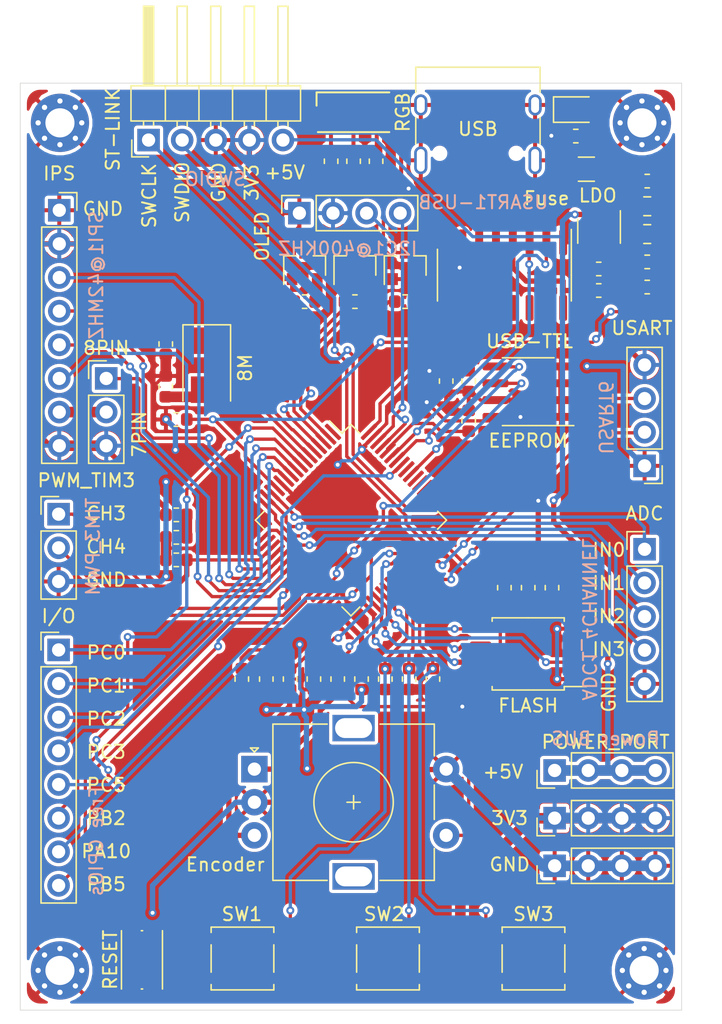
<source format=kicad_pcb>
(kicad_pcb (version 20171130) (host pcbnew "(5.1.5)-2")
  (layers (0 F.Cu signal) (31 B.Cu signal) (34 B.Paste user) (35 F.Paste user) (36 B.SilkS user) (37 F.SilkS user) (38 B.Mask user) (39 F.Mask user) (44 Edge.Cuts user))
  (net 0 "")
  (net 1 GND)
  (net 2 +3V3)
  (net 3 +5V)
  (net 4 /KEY1)
  (net 5 /KEY2)
  (net 6 /KEY3)
  (net 7 "Net-(C7-Pad1)")
  (net 8 /XTAL_IN)
  (net 9 /NRST)
  (net 10 /XTAL_OUT)
  (net 11 VDDA)
  (net 12 /TIM1_CH1)
  (net 13 /TIM1_CH2)
  (net 14 "Net-(D1-Pad2)")
  (net 15 "Net-(D2-Pad3)")
  (net 16 "Net-(D2-Pad2)")
  (net 17 "Net-(D2-Pad1)")
  (net 18 "Net-(F1-Pad1)")
  (net 19 /USB_DP)
  (net 20 /USB_DN)
  (net 21 /ADC1_IN3)
  (net 22 /ADC1_IN2)
  (net 23 /ADC1_IN1)
  (net 24 /ADC1_IN0)
  (net 25 /TIM3_CH4)
  (net 26 /TIM3_CH3)
  (net 27 /SPI3_MOSI)
  (net 28 /SPI3_MISO)
  (net 29 /SPI3_SCK)
  (net 30 /SPI3_CS)
  (net 31 /SPI3_DC)
  (net 32 /SPI3_RST)
  (net 33 /PB5)
  (net 34 /PA10)
  (net 35 /PB2)
  (net 36 /PC5)
  (net 37 /PC3)
  (net 38 /PC2)
  (net 39 /PC1)
  (net 40 /PC0)
  (net 41 /USART6_RX)
  (net 42 /USART6_TX)
  (net 43 /CS|BLK)
  (net 44 /SPI1_DC)
  (net 45 /SPI1_RST)
  (net 46 /SPI1_MOSI)
  (net 47 /SPI1_SCK)
  (net 48 /I2C1_SDA)
  (net 49 /I2C1_SCL)
  (net 50 /SPI1_CS)
  (net 51 /SWDIO)
  (net 52 /SWCLK)
  (net 53 "Net-(Q1-Pad3)")
  (net 54 "Net-(Q1-Pad2)")
  (net 55 "Net-(Q2-Pad3)")
  (net 56 "Net-(Q2-Pad2)")
  (net 57 "Net-(Q3-Pad3)")
  (net 58 "Net-(Q3-Pad2)")
  (net 59 "Net-(R3-Pad1)")
  (net 60 "Net-(R4-Pad1)")
  (net 61 /RGB_1)
  (net 62 /RGB_2)
  (net 63 /RGB_3)
  (net 64 "Net-(R11-Pad2)")
  (net 65 /ENCODER_KEY)
  (net 66 "Net-(U1-Pad15)")
  (net 67 "Net-(U1-Pad14)")
  (net 68 "Net-(U1-Pad13)")
  (net 69 "Net-(U1-Pad12)")
  (net 70 "Net-(U1-Pad11)")
  (net 71 "Net-(U1-Pad10)")
  (net 72 "Net-(U1-Pad9)")
  (net 73 "Net-(U1-Pad8)")
  (net 74 "Net-(U1-Pad7)")
  (net 75 /USART1_TX)
  (net 76 /USART1_RX)
  (net 77 /I2C2_SDA)
  (net 78 /SPI2_MOSI)
  (net 79 /SPI2_MISO)
  (net 80 /SPI2_SCK)
  (net 81 /SPI2_HOLD)
  (net 82 /I2C2_SCL)
  (net 83 /VBAT)
  (net 84 "Net-(C0-Pad1)")
  (net 85 /BOOT0)
  (net 86 "Net-(P1-PadA5)")
  (net 87 "Net-(P1-PadB5)")
  (module Capacitor_SMD:C_0603_1608Metric (layer F.Cu) (at 203.7334 65.659)
    (fp_text reference C1 hide)
    (fp_text value 104)
    (pad 2 smd roundrect (at 0.7875 0) (size 0.875 0.95) (layers F.Cu F.Paste F.Mask) (net 1 GND))
    (pad 1 smd roundrect (at -0.7875 0) (size 0.875 0.95) (layers F.Cu F.Paste F.Mask) (net 2 +3V3))
  )
  (module Connector_USB:USB_C_Receptacle_HRO_TYPE-C-31-M-12 (layer F.Cu) (at 194.6 52.7 180)
    (fp_text reference USB (at 0 -0.767) (layer F.SilkS))
    (fp_text value USB_C_Plug_USB2.0)
    (pad B1 smd rect (at 3.25 -4.045 180) (size 0.6 1.45) (layers F.Cu F.Paste F.Mask) (net 1 GND))
    (pad A9 smd rect (at 2.45 -4.045 180) (size 0.6 1.45) (layers F.Cu F.Paste F.Mask) (net 18 "Net-(F1-Pad1)"))
    (pad B9 smd rect (at -2.45 -4.045 180) (size 0.6 1.45) (layers F.Cu F.Paste F.Mask) (net 18 "Net-(F1-Pad1)"))
    (pad B12 smd rect (at -3.25 -4.045 180) (size 0.6 1.45) (layers F.Cu F.Paste F.Mask) (net 1 GND))
    (pad A1 smd rect (at -3.25 -4.045 180) (size 0.6 1.45) (layers F.Cu F.Paste F.Mask) (net 1 GND))
    (pad A4 smd rect (at -2.45 -4.045 180) (size 0.6 1.45) (layers F.Cu F.Paste F.Mask) (net 18 "Net-(F1-Pad1)"))
    (pad B4 smd rect (at 2.45 -4.045 180) (size 0.6 1.45) (layers F.Cu F.Paste F.Mask) (net 18 "Net-(F1-Pad1)"))
    (pad A12 smd rect (at 3.25 -4.045 180) (size 0.6 1.45) (layers F.Cu F.Paste F.Mask) (net 1 GND))
    (pad B8 smd rect (at -1.75 -4.045 180) (size 0.3 1.45) (layers F.Cu F.Paste F.Mask))
    (pad A5 smd rect (at -1.25 -4.045 180) (size 0.3 1.45) (layers F.Cu F.Paste F.Mask) (net 86 "Net-(P1-PadA5)"))
    (pad B7 smd rect (at -0.75 -4.045 180) (size 0.3 1.45) (layers F.Cu F.Paste F.Mask))
    (pad A7 smd rect (at 0.25 -4.045 180) (size 0.3 1.45) (layers F.Cu F.Paste F.Mask) (net 20 /USB_DN))
    (pad B6 smd rect (at 0.75 -4.045 180) (size 0.3 1.45) (layers F.Cu F.Paste F.Mask))
    (pad A8 smd rect (at 1.25 -4.045 180) (size 0.3 1.45) (layers F.Cu F.Paste F.Mask))
    (pad B5 smd rect (at 1.75 -4.045 180) (size 0.3 1.45) (layers F.Cu F.Paste F.Mask) (net 87 "Net-(P1-PadB5)"))
    (pad A6 smd rect (at -0.25 -4.045 180) (size 0.3 1.45) (layers F.Cu F.Paste F.Mask) (net 19 /USB_DP))
    (pad S1 thru_hole oval (at 4.32 -3.13 180) (size 1 2.1) (drill oval 0.6 1.7) (layers *.Cu *.Mask) (net 1 GND))
    (pad S1 thru_hole oval (at -4.32 -3.13 180) (size 1 2.1) (drill oval 0.6 1.7) (layers *.Cu *.Mask) (net 1 GND))
    (pad "" np_thru_hole circle (at -2.89 -2.6 180) (size 0.65 0.65) (drill 0.65) (layers *.Cu *.Mask))
    (pad S1 thru_hole oval (at -4.32 1.05 180) (size 1 1.6) (drill oval 0.6 1.2) (layers *.Cu *.Mask) (net 1 GND))
    (pad "" np_thru_hole circle (at 2.89 -2.6 180) (size 0.65 0.65) (drill 0.65) (layers *.Cu *.Mask))
    (pad S1 thru_hole oval (at 4.32 1.05 180) (size 1 1.6) (drill oval 0.6 1.2) (layers *.Cu *.Mask) (net 1 GND))
  )
  (module Resistor_SMD:R_0603_1608Metric (layer F.Cu) (at 193.9 75.5 90)
    (fp_text reference R0 hide)
    (fp_text value 10k)
    (pad 2 smd roundrect (at 0.7875 0 90) (size 0.875 0.95) (layers F.Cu F.Paste F.Mask) (net 1 GND))
    (pad 1 smd roundrect (at -0.7875 0 90) (size 0.875 0.95) (layers F.Cu F.Paste F.Mask) (net 85 /BOOT0))
  )
  (module Capacitor_SMD:C_0805_2012Metric (layer F.Cu) (at 207.4 59.3)
    (fp_text reference C2 hide)
    (fp_text value 10u)
    (pad 2 smd roundrect (at 0.9375 0) (size 0.975 1.4) (layers F.Cu F.Paste F.Mask) (net 1 GND))
    (pad 1 smd roundrect (at -0.9375 0) (size 0.975 1.4) (layers F.Cu F.Paste F.Mask) (net 3 +5V))
  )
  (module Capacitor_SMD:C_0603_1608Metric (layer F.Cu) (at 176.75 95 270)
    (fp_text reference C0 hide)
    (fp_text value 2.2u)
    (pad 2 smd roundrect (at 0.7875 0 270) (size 0.875 0.95) (layers F.Cu F.Paste F.Mask) (net 1 GND))
    (pad 1 smd roundrect (at -0.7875 0 270) (size 0.875 0.95) (layers F.Cu F.Paste F.Mask) (net 84 "Net-(C0-Pad1)"))
  )
  (module Package_TO_SOT_SMD:SOT-23 (layer F.Cu) (at 189.1 63.8 90)
    (fp_text reference Q3 hide)
    (fp_text value S8050)
    (pad 3 smd rect (at 1 0 90) (size 0.9 0.8) (layers F.Cu F.Paste F.Mask) (net 57 "Net-(Q3-Pad3)"))
    (pad 2 smd rect (at -1 0.95 90) (size 0.9 0.8) (layers F.Cu F.Paste F.Mask) (net 58 "Net-(Q3-Pad2)"))
    (pad 1 smd rect (at -1 -0.95 90) (size 0.9 0.8) (layers F.Cu F.Paste F.Mask) (net 1 GND))
  )
  (module Package_TO_SOT_SMD:SOT-23 (layer F.Cu) (at 181.5 63.8 90)
    (fp_text reference Q2 hide)
    (fp_text value S8050)
    (pad 3 smd rect (at 1 0 90) (size 0.9 0.8) (layers F.Cu F.Paste F.Mask) (net 55 "Net-(Q2-Pad3)"))
    (pad 2 smd rect (at -1 0.95 90) (size 0.9 0.8) (layers F.Cu F.Paste F.Mask) (net 56 "Net-(Q2-Pad2)"))
    (pad 1 smd rect (at -1 -0.95 90) (size 0.9 0.8) (layers F.Cu F.Paste F.Mask) (net 1 GND))
  )
  (module Package_TO_SOT_SMD:SOT-23 (layer F.Cu) (at 185.3 63.8 90)
    (fp_text reference Q1 hide)
    (fp_text value S8050)
    (pad 3 smd rect (at 1 0 90) (size 0.9 0.8) (layers F.Cu F.Paste F.Mask) (net 53 "Net-(Q1-Pad3)"))
    (pad 2 smd rect (at -1 0.95 90) (size 0.9 0.8) (layers F.Cu F.Paste F.Mask) (net 54 "Net-(Q1-Pad2)"))
    (pad 1 smd rect (at -1 -0.95 90) (size 0.9 0.8) (layers F.Cu F.Paste F.Mask) (net 1 GND))
  )
  (module Button_Switch_SMD:SW_Push_1P1T_NO_CK_KMR2 (layer F.Cu) (at 169.2 116.2 270)
    (fp_text reference RESET (at 0 2.4 90) (layer F.SilkS))
    (fp_text value SW_Push)
    (pad 2 smd rect (at 2.05 0.8 270) (size 0.9 1) (layers F.Cu F.Paste F.Mask) (net 9 /NRST))
    (pad 1 smd rect (at 2.05 -0.8 270) (size 0.9 1) (layers F.Cu F.Paste F.Mask) (net 1 GND))
    (pad 2 smd rect (at -2.05 0.8 270) (size 0.9 1) (layers F.Cu F.Paste F.Mask) (net 9 /NRST))
    (pad 1 smd rect (at -2.05 -0.8 270) (size 0.9 1) (layers F.Cu F.Paste F.Mask) (net 1 GND))
  )
  (module MountingHole:MountingHole_2.2mm_M2_Pad_Via (layer F.Cu) (at 207.166726 117)
    (fp_text reference H4 hide)
    (fp_text value Stand)
    (pad 1 thru_hole circle (at 1.166726 -1.166726) (size 0.7 0.7) (drill 0.4) (layers *.Cu *.Mask) (net 1 GND))
    (pad 1 thru_hole circle (at 0 -1.65) (size 0.7 0.7) (drill 0.4) (layers *.Cu *.Mask) (net 1 GND))
    (pad 1 thru_hole circle (at -1.166726 -1.166726) (size 0.7 0.7) (drill 0.4) (layers *.Cu *.Mask) (net 1 GND))
    (pad 1 thru_hole circle (at -1.65 0) (size 0.7 0.7) (drill 0.4) (layers *.Cu *.Mask) (net 1 GND))
    (pad 1 thru_hole circle (at -1.166726 1.166726) (size 0.7 0.7) (drill 0.4) (layers *.Cu *.Mask) (net 1 GND))
    (pad 1 thru_hole circle (at 0 1.65) (size 0.7 0.7) (drill 0.4) (layers *.Cu *.Mask) (net 1 GND))
    (pad 1 thru_hole circle (at 1.166726 1.166726) (size 0.7 0.7) (drill 0.4) (layers *.Cu *.Mask) (net 1 GND))
    (pad 1 thru_hole circle (at 1.65 0) (size 0.7 0.7) (drill 0.4) (layers *.Cu *.Mask) (net 1 GND))
    (pad 1 thru_hole circle (at 0 0) (size 4.4 4.4) (drill 2.2) (layers *.Cu *.Mask) (net 1 GND))
  )
  (module MountingHole:MountingHole_2.2mm_M2_Pad_Via (layer F.Cu) (at 163 117)
    (fp_text reference H3 hide)
    (fp_text value Stand)
    (pad 1 thru_hole circle (at 1.166726 -1.166726) (size 0.7 0.7) (drill 0.4) (layers *.Cu *.Mask) (net 1 GND))
    (pad 1 thru_hole circle (at 0 -1.65) (size 0.7 0.7) (drill 0.4) (layers *.Cu *.Mask) (net 1 GND))
    (pad 1 thru_hole circle (at -1.166726 -1.166726) (size 0.7 0.7) (drill 0.4) (layers *.Cu *.Mask) (net 1 GND))
    (pad 1 thru_hole circle (at -1.65 0) (size 0.7 0.7) (drill 0.4) (layers *.Cu *.Mask) (net 1 GND))
    (pad 1 thru_hole circle (at -1.166726 1.166726) (size 0.7 0.7) (drill 0.4) (layers *.Cu *.Mask) (net 1 GND))
    (pad 1 thru_hole circle (at 0 1.65) (size 0.7 0.7) (drill 0.4) (layers *.Cu *.Mask) (net 1 GND))
    (pad 1 thru_hole circle (at 1.166726 1.166726) (size 0.7 0.7) (drill 0.4) (layers *.Cu *.Mask) (net 1 GND))
    (pad 1 thru_hole circle (at 1.65 0) (size 0.7 0.7) (drill 0.4) (layers *.Cu *.Mask) (net 1 GND))
    (pad 1 thru_hole circle (at 0 0) (size 4.4 4.4) (drill 2.2) (layers *.Cu *.Mask) (net 1 GND))
  )
  (module MountingHole:MountingHole_2.2mm_M2_Pad_Via (layer F.Cu) (at 207 53)
    (fp_text reference H2 hide)
    (fp_text value Stand)
    (pad 1 thru_hole circle (at 1.166726 -1.166726) (size 0.7 0.7) (drill 0.4) (layers *.Cu *.Mask) (net 1 GND))
    (pad 1 thru_hole circle (at 0 -1.65) (size 0.7 0.7) (drill 0.4) (layers *.Cu *.Mask) (net 1 GND))
    (pad 1 thru_hole circle (at -1.166726 -1.166726) (size 0.7 0.7) (drill 0.4) (layers *.Cu *.Mask) (net 1 GND))
    (pad 1 thru_hole circle (at -1.65 0) (size 0.7 0.7) (drill 0.4) (layers *.Cu *.Mask) (net 1 GND))
    (pad 1 thru_hole circle (at -1.166726 1.166726) (size 0.7 0.7) (drill 0.4) (layers *.Cu *.Mask) (net 1 GND))
    (pad 1 thru_hole circle (at 0 1.65) (size 0.7 0.7) (drill 0.4) (layers *.Cu *.Mask) (net 1 GND))
    (pad 1 thru_hole circle (at 1.166726 1.166726) (size 0.7 0.7) (drill 0.4) (layers *.Cu *.Mask) (net 1 GND))
    (pad 1 thru_hole circle (at 1.65 0) (size 0.7 0.7) (drill 0.4) (layers *.Cu *.Mask) (net 1 GND))
    (pad 1 thru_hole circle (at 0 0) (size 4.4 4.4) (drill 2.2) (layers *.Cu *.Mask) (net 1 GND))
  )
  (module MountingHole:MountingHole_2.2mm_M2_Pad_Via (layer F.Cu) (at 163 53)
    (fp_text reference H1 hide)
    (fp_text value Stand)
    (pad 1 thru_hole circle (at 1.166726 -1.166726) (size 0.7 0.7) (drill 0.4) (layers *.Cu *.Mask) (net 1 GND))
    (pad 1 thru_hole circle (at 0 -1.65) (size 0.7 0.7) (drill 0.4) (layers *.Cu *.Mask) (net 1 GND))
    (pad 1 thru_hole circle (at -1.166726 -1.166726) (size 0.7 0.7) (drill 0.4) (layers *.Cu *.Mask) (net 1 GND))
    (pad 1 thru_hole circle (at -1.65 0) (size 0.7 0.7) (drill 0.4) (layers *.Cu *.Mask) (net 1 GND))
    (pad 1 thru_hole circle (at -1.166726 1.166726) (size 0.7 0.7) (drill 0.4) (layers *.Cu *.Mask) (net 1 GND))
    (pad 1 thru_hole circle (at 0 1.65) (size 0.7 0.7) (drill 0.4) (layers *.Cu *.Mask) (net 1 GND))
    (pad 1 thru_hole circle (at 1.166726 1.166726) (size 0.7 0.7) (drill 0.4) (layers *.Cu *.Mask) (net 1 GND))
    (pad 1 thru_hole circle (at 1.65 0) (size 0.7 0.7) (drill 0.4) (layers *.Cu *.Mask) (net 1 GND))
    (pad 1 thru_hole circle (at 0 0) (size 4.4 4.4) (drill 2.2) (layers *.Cu *.Mask) (net 1 GND))
  )
  (module Crystal:Crystal_SMD_5032-2Pin_5.0x3.2mm (layer F.Cu) (at 174.1 71.3 270)
    (fp_text reference 8M (at 0.2 -2.9 270) (layer F.SilkS))
    (fp_text value 8M)
    (pad 2 smd rect (at 1.85 0 270) (size 2 2.4) (layers F.Cu F.Paste F.Mask) (net 10 /XTAL_OUT))
    (pad 1 smd rect (at -1.85 0 270) (size 2 2.4) (layers F.Cu F.Paste F.Mask) (net 8 /XTAL_IN))
  )
  (module Package_SO:SOIC-8_3.9x4.9mm_P1.27mm (layer F.Cu) (at 198.4 73.3 180)
    (fp_text reference EEPROM (at 0 -3.7) (layer F.SilkS))
    (fp_text value M24C02-FMN)
    (pad 8 smd roundrect (at 2.475 -1.905 180) (size 1.95 0.6) (layers F.Cu F.Paste F.Mask) (net 2 +3V3))
    (pad 7 smd roundrect (at 2.475 -0.635 180) (size 1.95 0.6) (layers F.Cu F.Paste F.Mask) (net 1 GND))
    (pad 6 smd roundrect (at 2.475 0.635 180) (size 1.95 0.6) (layers F.Cu F.Paste F.Mask) (net 82 /I2C2_SCL))
    (pad 5 smd roundrect (at 2.475 1.905 180) (size 1.95 0.6) (layers F.Cu F.Paste F.Mask) (net 77 /I2C2_SDA))
    (pad 4 smd roundrect (at -2.475 1.905 180) (size 1.95 0.6) (layers F.Cu F.Paste F.Mask) (net 1 GND))
    (pad 3 smd roundrect (at -2.475 0.635 180) (size 1.95 0.6) (layers F.Cu F.Paste F.Mask) (net 1 GND))
    (pad 2 smd roundrect (at -2.475 -0.635 180) (size 1.95 0.6) (layers F.Cu F.Paste F.Mask) (net 1 GND))
    (pad 1 smd roundrect (at -2.475 -1.905 180) (size 1.95 0.6) (layers F.Cu F.Paste F.Mask) (net 1 GND))
  )
  (module Package_SO:SOIC-8_5.23x5.23mm_P1.27mm (layer F.Cu) (at 198.4 93.1 180)
    (fp_text reference FLASH (at 0 -3.9) (layer F.SilkS))
    (fp_text value W25Q128JVS)
    (pad 8 smd roundrect (at 3.6 -1.905 180) (size 1.6 0.6) (layers F.Cu F.Paste F.Mask) (net 2 +3V3))
    (pad 7 smd roundrect (at 3.6 -0.635 180) (size 1.6 0.6) (layers F.Cu F.Paste F.Mask) (net 81 /SPI2_HOLD))
    (pad 6 smd roundrect (at 3.6 0.635 180) (size 1.6 0.6) (layers F.Cu F.Paste F.Mask) (net 80 /SPI2_SCK))
    (pad 5 smd roundrect (at 3.6 1.905 180) (size 1.6 0.6) (layers F.Cu F.Paste F.Mask) (net 78 /SPI2_MOSI))
    (pad 4 smd roundrect (at -3.6 1.905 180) (size 1.6 0.6) (layers F.Cu F.Paste F.Mask) (net 1 GND))
    (pad 3 smd roundrect (at -3.6 0.635 180) (size 1.6 0.6) (layers F.Cu F.Paste F.Mask) (net 64 "Net-(R11-Pad2)"))
    (pad 2 smd roundrect (at -3.6 -0.635 180) (size 1.6 0.6) (layers F.Cu F.Paste F.Mask) (net 79 /SPI2_MISO))
    (pad 1 smd roundrect (at -3.6 -1.905 180) (size 1.6 0.6) (layers F.Cu F.Paste F.Mask) (net 1 GND))
  )
  (module Package_QFP:LQFP-64_10x10mm_P0.5mm (layer F.Cu) (at 185 83 315)
    (fp_text reference U3 hide)
    (fp_text value STM32F401RCTx)
    (pad 64 smd roundrect (at -3.75 -5.675 315) (size 0.3 1.55) (layers F.Cu F.Paste F.Mask) (net 2 +3V3))
    (pad 63 smd roundrect (at -3.25 -5.675 315) (size 0.3 1.55) (layers F.Cu F.Paste F.Mask) (net 1 GND))
    (pad 62 smd roundrect (at -2.75 -5.675 315) (size 0.3 1.55) (layers F.Cu F.Paste F.Mask) (net 48 /I2C1_SDA))
    (pad 61 smd roundrect (at -2.25 -5.675 315) (size 0.3 1.55) (layers F.Cu F.Paste F.Mask) (net 49 /I2C1_SCL))
    (pad 60 smd roundrect (at -1.75 -5.675 315) (size 0.3 1.55) (layers F.Cu F.Paste F.Mask) (net 85 /BOOT0))
    (pad 59 smd roundrect (at -1.25 -5.675 315) (size 0.3 1.55) (layers F.Cu F.Paste F.Mask) (net 76 /USART1_RX))
    (pad 58 smd roundrect (at -0.75 -5.675 315) (size 0.3 1.55) (layers F.Cu F.Paste F.Mask) (net 75 /USART1_TX))
    (pad 57 smd roundrect (at -0.25 -5.675 315) (size 0.3 1.55) (layers F.Cu F.Paste F.Mask) (net 33 /PB5))
    (pad 56 smd roundrect (at 0.25 -5.675 315) (size 0.3 1.55) (layers F.Cu F.Paste F.Mask) (net 32 /SPI3_RST))
    (pad 55 smd roundrect (at 0.75 -5.675 315) (size 0.3 1.55) (layers F.Cu F.Paste F.Mask) (net 77 /I2C2_SDA))
    (pad 54 smd roundrect (at 1.25 -5.675 315) (size 0.3 1.55) (layers F.Cu F.Paste F.Mask) (net 30 /SPI3_CS))
    (pad 53 smd roundrect (at 1.75 -5.675 315) (size 0.3 1.55) (layers F.Cu F.Paste F.Mask) (net 27 /SPI3_MOSI))
    (pad 52 smd roundrect (at 2.25 -5.675 315) (size 0.3 1.55) (layers F.Cu F.Paste F.Mask) (net 28 /SPI3_MISO))
    (pad 51 smd roundrect (at 2.75 -5.675 315) (size 0.3 1.55) (layers F.Cu F.Paste F.Mask) (net 29 /SPI3_SCK))
    (pad 50 smd roundrect (at 3.25 -5.675 315) (size 0.3 1.55) (layers F.Cu F.Paste F.Mask) (net 31 /SPI3_DC))
    (pad 49 smd roundrect (at 3.75 -5.675 315) (size 0.3 1.55) (layers F.Cu F.Paste F.Mask) (net 52 /SWCLK))
    (pad 48 smd roundrect (at 5.675 -3.75 315) (size 1.55 0.3) (layers F.Cu F.Paste F.Mask) (net 2 +3V3))
    (pad 47 smd roundrect (at 5.675 -3.25 315) (size 1.55 0.3) (layers F.Cu F.Paste F.Mask) (net 1 GND))
    (pad 46 smd roundrect (at 5.675 -2.75 315) (size 1.55 0.3) (layers F.Cu F.Paste F.Mask) (net 51 /SWDIO))
    (pad 45 smd roundrect (at 5.675 -2.25 315) (size 1.55 0.3) (layers F.Cu F.Paste F.Mask) (net 41 /USART6_RX))
    (pad 44 smd roundrect (at 5.675 -1.75 315) (size 1.55 0.3) (layers F.Cu F.Paste F.Mask) (net 42 /USART6_TX))
    (pad 43 smd roundrect (at 5.675 -1.25 315) (size 1.55 0.3) (layers F.Cu F.Paste F.Mask) (net 34 /PA10))
    (pad 42 smd roundrect (at 5.675 -0.75 315) (size 1.55 0.3) (layers F.Cu F.Paste F.Mask) (net 13 /TIM1_CH2))
    (pad 41 smd roundrect (at 5.675 -0.25 315) (size 1.55 0.3) (layers F.Cu F.Paste F.Mask) (net 12 /TIM1_CH1))
    (pad 40 smd roundrect (at 5.675 0.25 315) (size 1.55 0.3) (layers F.Cu F.Paste F.Mask) (net 65 /ENCODER_KEY))
    (pad 39 smd roundrect (at 5.675 0.75 315) (size 1.55 0.3) (layers F.Cu F.Paste F.Mask) (net 6 /KEY3))
    (pad 38 smd roundrect (at 5.675 1.25 315) (size 1.55 0.3) (layers F.Cu F.Paste F.Mask) (net 5 /KEY2))
    (pad 37 smd roundrect (at 5.675 1.75 315) (size 1.55 0.3) (layers F.Cu F.Paste F.Mask) (net 4 /KEY1))
    (pad 36 smd roundrect (at 5.675 2.25 315) (size 1.55 0.3) (layers F.Cu F.Paste F.Mask) (net 78 /SPI2_MOSI))
    (pad 35 smd roundrect (at 5.675 2.75 315) (size 1.55 0.3) (layers F.Cu F.Paste F.Mask) (net 79 /SPI2_MISO))
    (pad 34 smd roundrect (at 5.675 3.25 315) (size 1.55 0.3) (layers F.Cu F.Paste F.Mask) (net 80 /SPI2_SCK))
    (pad 33 smd roundrect (at 5.675 3.75 315) (size 1.55 0.3) (layers F.Cu F.Paste F.Mask) (net 81 /SPI2_HOLD))
    (pad 32 smd roundrect (at 3.75 5.675 315) (size 0.3 1.55) (layers F.Cu F.Paste F.Mask) (net 2 +3V3))
    (pad 31 smd roundrect (at 3.25 5.675 315) (size 0.3 1.55) (layers F.Cu F.Paste F.Mask) (net 1 GND))
    (pad 30 smd roundrect (at 2.75 5.675 315) (size 0.3 1.55) (layers F.Cu F.Paste F.Mask) (net 84 "Net-(C0-Pad1)"))
    (pad 29 smd roundrect (at 2.25 5.675 315) (size 0.3 1.55) (layers F.Cu F.Paste F.Mask) (net 82 /I2C2_SCL))
    (pad 28 smd roundrect (at 1.75 5.675 315) (size 0.3 1.55) (layers F.Cu F.Paste F.Mask) (net 35 /PB2))
    (pad 27 smd roundrect (at 1.25 5.675 315) (size 0.3 1.55) (layers F.Cu F.Paste F.Mask) (net 25 /TIM3_CH4))
    (pad 26 smd roundrect (at 0.75 5.675 315) (size 0.3 1.55) (layers F.Cu F.Paste F.Mask) (net 26 /TIM3_CH3))
    (pad 25 smd roundrect (at 0.25 5.675 315) (size 0.3 1.55) (layers F.Cu F.Paste F.Mask) (net 36 /PC5))
    (pad 24 smd roundrect (at -0.25 5.675 315) (size 0.3 1.55) (layers F.Cu F.Paste F.Mask) (net 45 /SPI1_RST))
    (pad 23 smd roundrect (at -0.75 5.675 315) (size 0.3 1.55) (layers F.Cu F.Paste F.Mask) (net 46 /SPI1_MOSI))
    (pad 22 smd roundrect (at -1.25 5.675 315) (size 0.3 1.55) (layers F.Cu F.Paste F.Mask) (net 44 /SPI1_DC))
    (pad 21 smd roundrect (at -1.75 5.675 315) (size 0.3 1.55) (layers F.Cu F.Paste F.Mask) (net 47 /SPI1_SCK))
    (pad 20 smd roundrect (at -2.25 5.675 315) (size 0.3 1.55) (layers F.Cu F.Paste F.Mask) (net 50 /SPI1_CS))
    (pad 19 smd roundrect (at -2.75 5.675 315) (size 0.3 1.55) (layers F.Cu F.Paste F.Mask) (net 2 +3V3))
    (pad 18 smd roundrect (at -3.25 5.675 315) (size 0.3 1.55) (layers F.Cu F.Paste F.Mask) (net 1 GND))
    (pad 17 smd roundrect (at -3.75 5.675 315) (size 0.3 1.55) (layers F.Cu F.Paste F.Mask) (net 21 /ADC1_IN3))
    (pad 16 smd roundrect (at -5.675 3.75 315) (size 1.55 0.3) (layers F.Cu F.Paste F.Mask) (net 22 /ADC1_IN2))
    (pad 15 smd roundrect (at -5.675 3.25 315) (size 1.55 0.3) (layers F.Cu F.Paste F.Mask) (net 23 /ADC1_IN1))
    (pad 14 smd roundrect (at -5.675 2.75 315) (size 1.55 0.3) (layers F.Cu F.Paste F.Mask) (net 24 /ADC1_IN0))
    (pad 13 smd roundrect (at -5.675 2.25 315) (size 1.55 0.3) (layers F.Cu F.Paste F.Mask) (net 11 VDDA))
    (pad 12 smd roundrect (at -5.675 1.75 315) (size 1.55 0.3) (layers F.Cu F.Paste F.Mask) (net 1 GND))
    (pad 11 smd roundrect (at -5.675 1.25 315) (size 1.55 0.3) (layers F.Cu F.Paste F.Mask) (net 37 /PC3))
    (pad 10 smd roundrect (at -5.675 0.75 315) (size 1.55 0.3) (layers F.Cu F.Paste F.Mask) (net 38 /PC2))
    (pad 9 smd roundrect (at -5.675 0.25 315) (size 1.55 0.3) (layers F.Cu F.Paste F.Mask) (net 39 /PC1))
    (pad 8 smd roundrect (at -5.675 -0.25 315) (size 1.55 0.3) (layers F.Cu F.Paste F.Mask) (net 40 /PC0))
    (pad 7 smd roundrect (at -5.675 -0.75 315) (size 1.55 0.3) (layers F.Cu F.Paste F.Mask) (net 9 /NRST))
    (pad 6 smd roundrect (at -5.675 -1.25 315) (size 1.55 0.3) (layers F.Cu F.Paste F.Mask) (net 10 /XTAL_OUT))
    (pad 5 smd roundrect (at -5.675 -1.75 315) (size 1.55 0.3) (layers F.Cu F.Paste F.Mask) (net 8 /XTAL_IN))
    (pad 4 smd roundrect (at -5.675 -2.25 315) (size 1.55 0.3) (layers F.Cu F.Paste F.Mask) (net 63 /RGB_3))
    (pad 3 smd roundrect (at -5.675 -2.75 315) (size 1.55 0.3) (layers F.Cu F.Paste F.Mask) (net 62 /RGB_2))
    (pad 2 smd roundrect (at -5.675 -3.25 315) (size 1.55 0.3) (layers F.Cu F.Paste F.Mask) (net 61 /RGB_1))
    (pad 1 smd roundrect (at -5.675 -3.75 315) (size 1.55 0.3) (layers F.Cu F.Paste F.Mask) (net 83 /VBAT))
  )
  (module Package_TO_SOT_SMD:SOT-23-5 (layer F.Cu) (at 203.7588 61.1886 270)
    (fp_text reference LDO (at -2.7 0.1 180) (layer F.SilkS))
    (fp_text value RT9193-3.3)
    (pad 5 smd rect (at 1.1 -0.95 270) (size 1.06 0.65) (layers F.Cu F.Paste F.Mask) (net 2 +3V3))
    (pad 4 smd rect (at 1.1 0.95 270) (size 1.06 0.65) (layers F.Cu F.Paste F.Mask) (net 7 "Net-(C7-Pad1)"))
    (pad 3 smd rect (at -1.1 0.95 270) (size 1.06 0.65) (layers F.Cu F.Paste F.Mask) (net 3 +5V))
    (pad 2 smd rect (at -1.1 0 270) (size 1.06 0.65) (layers F.Cu F.Paste F.Mask) (net 1 GND))
    (pad 1 smd rect (at -1.1 -0.95 270) (size 1.06 0.65) (layers F.Cu F.Paste F.Mask) (net 3 +5V))
  )
  (module Package_SO:SOIC-16_3.9x9.9mm_P1.27mm (layer F.Cu) (at 196.6 64.5 270)
    (fp_text reference USB-TTL (at 5 -1.9 180) (layer F.SilkS))
    (fp_text value CH340G)
    (pad 16 smd roundrect (at 2.475 -4.445 270) (size 1.95 0.6) (layers F.Cu F.Paste F.Mask) (net 2 +3V3))
    (pad 15 smd roundrect (at 2.475 -3.175 270) (size 1.95 0.6) (layers F.Cu F.Paste F.Mask) (net 66 "Net-(U1-Pad15)"))
    (pad 14 smd roundrect (at 2.475 -1.905 270) (size 1.95 0.6) (layers F.Cu F.Paste F.Mask) (net 67 "Net-(U1-Pad14)"))
    (pad 13 smd roundrect (at 2.475 -0.635 270) (size 1.95 0.6) (layers F.Cu F.Paste F.Mask) (net 68 "Net-(U1-Pad13)"))
    (pad 12 smd roundrect (at 2.475 0.635 270) (size 1.95 0.6) (layers F.Cu F.Paste F.Mask) (net 69 "Net-(U1-Pad12)"))
    (pad 11 smd roundrect (at 2.475 1.905 270) (size 1.95 0.6) (layers F.Cu F.Paste F.Mask) (net 70 "Net-(U1-Pad11)"))
    (pad 10 smd roundrect (at 2.475 3.175 270) (size 1.95 0.6) (layers F.Cu F.Paste F.Mask) (net 71 "Net-(U1-Pad10)"))
    (pad 9 smd roundrect (at 2.475 4.445 270) (size 1.95 0.6) (layers F.Cu F.Paste F.Mask) (net 72 "Net-(U1-Pad9)"))
    (pad 8 smd roundrect (at -2.475 4.445 270) (size 1.95 0.6) (layers F.Cu F.Paste F.Mask) (net 73 "Net-(U1-Pad8)"))
    (pad 7 smd roundrect (at -2.475 3.175 270) (size 1.95 0.6) (layers F.Cu F.Paste F.Mask) (net 74 "Net-(U1-Pad7)"))
    (pad 6 smd roundrect (at -2.475 1.905 270) (size 1.95 0.6) (layers F.Cu F.Paste F.Mask) (net 20 /USB_DN))
    (pad 5 smd roundrect (at -2.475 0.635 270) (size 1.95 0.6) (layers F.Cu F.Paste F.Mask) (net 19 /USB_DP))
    (pad 4 smd roundrect (at -2.475 -0.635 270) (size 1.95 0.6) (layers F.Cu F.Paste F.Mask) (net 2 +3V3))
    (pad 3 smd roundrect (at -2.475 -1.905 270) (size 1.95 0.6) (layers F.Cu F.Paste F.Mask) (net 75 /USART1_TX))
    (pad 2 smd roundrect (at -2.475 -3.175 270) (size 1.95 0.6) (layers F.Cu F.Paste F.Mask) (net 76 /USART1_RX))
    (pad 1 smd roundrect (at -2.475 -4.445 270) (size 1.95 0.6) (layers F.Cu F.Paste F.Mask) (net 1 GND))
  )
  (module Rotary_Encoder:RotaryEncoder_Alps_EC11E-Switch_Vertical_H20mm (layer F.Cu) (at 177.7 101.8)
    (fp_text reference Encoder (at -2.2 7.2) (layer F.SilkS))
    (fp_text value Rotary_Encoder_Switch)
    (pad A thru_hole rect (at 0 0) (size 2 2) (drill 1) (layers *.Cu *.Mask) (net 59 "Net-(R3-Pad1)"))
    (pad C thru_hole circle (at 0 2.5) (size 2 2) (drill 1) (layers *.Cu *.Mask) (net 1 GND))
    (pad B thru_hole circle (at 0 5) (size 2 2) (drill 1) (layers *.Cu *.Mask) (net 60 "Net-(R4-Pad1)"))
    (pad MP thru_hole rect (at 7.5 -3.1) (size 3.2 2) (drill oval 2.8 1.5) (layers *.Cu *.Mask))
    (pad MP thru_hole rect (at 7.5 8.1) (size 3.2 2) (drill oval 2.8 1.5) (layers *.Cu *.Mask))
    (pad S2 thru_hole circle (at 14.5 0) (size 2 2) (drill 1) (layers *.Cu *.Mask) (net 1 GND))
    (pad S1 thru_hole circle (at 14.5 5) (size 2 2) (drill 1) (layers *.Cu *.Mask) (net 65 /ENCODER_KEY))
  )
  (module Button_Switch_SMD:SW_SPST_TL3305C (layer F.Cu) (at 198.8 116.1 180)
    (fp_text reference SW3 (at 0 3.35) (layer F.SilkS))
    (fp_text value SW_Push)
    (pad 2 smd rect (at -3.6 1.5 180) (size 1.6 1.4) (layers F.Cu F.Paste F.Mask) (net 6 /KEY3))
    (pad 2 smd rect (at 3.6 1.5 180) (size 1.6 1.4) (layers F.Cu F.Paste F.Mask) (net 6 /KEY3))
    (pad 1 smd rect (at -3.6 -1.5 180) (size 1.6 1.4) (layers F.Cu F.Paste F.Mask) (net 2 +3V3))
    (pad 1 smd rect (at 3.6 -1.5 180) (size 1.6 1.4) (layers F.Cu F.Paste F.Mask) (net 2 +3V3))
  )
  (module Button_Switch_SMD:SW_SPST_TL3305C (layer F.Cu) (at 187.8 116.1 180)
    (fp_text reference SW2 (at 0.3 3.35) (layer F.SilkS))
    (fp_text value SW_Push)
    (pad 2 smd rect (at -3.6 1.5 180) (size 1.6 1.4) (layers F.Cu F.Paste F.Mask) (net 5 /KEY2))
    (pad 2 smd rect (at 3.6 1.5 180) (size 1.6 1.4) (layers F.Cu F.Paste F.Mask) (net 5 /KEY2))
    (pad 1 smd rect (at -3.6 -1.5 180) (size 1.6 1.4) (layers F.Cu F.Paste F.Mask) (net 2 +3V3))
    (pad 1 smd rect (at 3.6 -1.5 180) (size 1.6 1.4) (layers F.Cu F.Paste F.Mask) (net 2 +3V3))
  )
  (module Button_Switch_SMD:SW_SPST_TL3305C (layer F.Cu) (at 176.8 116.1 180)
    (fp_text reference SW1 (at 0.05 3.35) (layer F.SilkS))
    (fp_text value SW_Push)
    (pad 2 smd rect (at -3.6 1.5 180) (size 1.6 1.4) (layers F.Cu F.Paste F.Mask) (net 4 /KEY1))
    (pad 2 smd rect (at 3.6 1.5 180) (size 1.6 1.4) (layers F.Cu F.Paste F.Mask) (net 4 /KEY1))
    (pad 1 smd rect (at -3.6 -1.5 180) (size 1.6 1.4) (layers F.Cu F.Paste F.Mask) (net 2 +3V3))
    (pad 1 smd rect (at 3.6 -1.5 180) (size 1.6 1.4) (layers F.Cu F.Paste F.Mask) (net 2 +3V3))
  )
  (module Resistor_SMD:R_0603_1608Metric (layer F.Cu) (at 200.2 88.1 270)
    (fp_text reference R11 hide)
    (fp_text value 1k)
    (pad 2 smd roundrect (at 0.7875 0 270) (size 0.875 0.95) (layers F.Cu F.Paste F.Mask) (net 64 "Net-(R11-Pad2)"))
    (pad 1 smd roundrect (at -0.7875 0 270) (size 0.875 0.95) (layers F.Cu F.Paste F.Mask) (net 2 +3V3))
  )
  (module Resistor_SMD:R_0603_1608Metric (layer F.Cu) (at 189.1 66.5 180)
    (fp_text reference R10 hide)
    (fp_text value 1k)
    (pad 2 smd roundrect (at 0.7875 0 180) (size 0.875 0.95) (layers F.Cu F.Paste F.Mask) (net 63 /RGB_3))
    (pad 1 smd roundrect (at -0.7875 0 180) (size 0.875 0.95) (layers F.Cu F.Paste F.Mask) (net 58 "Net-(Q3-Pad2)"))
  )
  (module Resistor_SMD:R_0603_1608Metric (layer F.Cu) (at 186.9 55.9 90)
    (fp_text reference R9 hide)
    (fp_text value 1k)
    (pad 2 smd roundrect (at 0.7875 0 90) (size 0.875 0.95) (layers F.Cu F.Paste F.Mask) (net 15 "Net-(D2-Pad3)"))
    (pad 1 smd roundrect (at -0.7875 0 90) (size 0.875 0.95) (layers F.Cu F.Paste F.Mask) (net 57 "Net-(Q3-Pad3)"))
  )
  (module Resistor_SMD:R_0603_1608Metric (layer F.Cu) (at 183.5 55.9 90)
    (fp_text reference R8 hide)
    (fp_text value 1k)
    (pad 2 smd roundrect (at 0.7875 0 90) (size 0.875 0.95) (layers F.Cu F.Paste F.Mask) (net 16 "Net-(D2-Pad2)"))
    (pad 1 smd roundrect (at -0.7875 0 90) (size 0.875 0.95) (layers F.Cu F.Paste F.Mask) (net 55 "Net-(Q2-Pad3)"))
  )
  (module Resistor_SMD:R_0603_1608Metric (layer F.Cu) (at 185.2 55.9 90)
    (fp_text reference R7 hide)
    (fp_text value 1k)
    (pad 2 smd roundrect (at 0.7875 0 90) (size 0.875 0.95) (layers F.Cu F.Paste F.Mask) (net 17 "Net-(D2-Pad1)"))
    (pad 1 smd roundrect (at -0.7875 0 90) (size 0.875 0.95) (layers F.Cu F.Paste F.Mask) (net 53 "Net-(Q1-Pad3)"))
  )
  (module Resistor_SMD:R_0603_1608Metric (layer F.Cu) (at 181.5 66.5 180)
    (fp_text reference R6 hide)
    (fp_text value 1k)
    (pad 2 smd roundrect (at 0.7875 0 180) (size 0.875 0.95) (layers F.Cu F.Paste F.Mask) (net 62 /RGB_2))
    (pad 1 smd roundrect (at -0.7875 0 180) (size 0.875 0.95) (layers F.Cu F.Paste F.Mask) (net 56 "Net-(Q2-Pad2)"))
  )
  (module Resistor_SMD:R_0603_1608Metric (layer F.Cu) (at 185.3 66.5 180)
    (fp_text reference R5 hide)
    (fp_text value 1k)
    (pad 2 smd roundrect (at 0.7875 0 180) (size 0.875 0.95) (layers F.Cu F.Paste F.Mask) (net 61 /RGB_1))
    (pad 1 smd roundrect (at -0.7875 0 180) (size 0.875 0.95) (layers F.Cu F.Paste F.Mask) (net 54 "Net-(Q1-Pad2)"))
  )
  (module Resistor_SMD:R_0603_1608Metric (layer F.Cu) (at 180.4 95 90)
    (fp_text reference R4 hide)
    (fp_text value 10k)
    (pad 2 smd roundrect (at 0.7875 0 90) (size 0.875 0.95) (layers F.Cu F.Paste F.Mask) (net 13 /TIM1_CH2))
    (pad 1 smd roundrect (at -0.7875 0 90) (size 0.875 0.95) (layers F.Cu F.Paste F.Mask) (net 60 "Net-(R4-Pad1)"))
  )
  (module Resistor_SMD:R_0603_1608Metric (layer F.Cu) (at 184 95 90)
    (fp_text reference R3 hide)
    (fp_text value 10k)
    (pad 2 smd roundrect (at 0.7875 0 90) (size 0.875 0.95) (layers F.Cu F.Paste F.Mask) (net 12 /TIM1_CH1))
    (pad 1 smd roundrect (at -0.7875 0 90) (size 0.875 0.95) (layers F.Cu F.Paste F.Mask) (net 59 "Net-(R3-Pad1)"))
  )
  (module Resistor_SMD:R_0603_1608Metric (layer F.Cu) (at 202 54)
    (fp_text reference R2 hide)
    (fp_text value 1k)
    (pad 2 smd roundrect (at 0.7875 0) (size 0.875 0.95) (layers F.Cu F.Paste F.Mask) (net 14 "Net-(D1-Pad2)"))
    (pad 1 smd roundrect (at -0.7875 0) (size 0.875 0.95) (layers F.Cu F.Paste F.Mask) (net 2 +3V3))
  )
  (module Resistor_SMD:R_0603_1608Metric (layer F.Cu) (at 171.8 82.6)
    (fp_text reference R1 hide)
    (fp_text value 1k)
    (pad 2 smd roundrect (at 0.7875 0) (size 0.875 0.95) (layers F.Cu F.Paste F.Mask) (net 9 /NRST))
    (pad 1 smd roundrect (at -0.7875 0) (size 0.875 0.95) (layers F.Cu F.Paste F.Mask) (net 2 +3V3))
  )
  (module Inductor_SMD:L_0603_1608Metric_Pad1.05x0.95mm_HandSolder (layer F.Cu) (at 207.4 63.5)
    (fp_text reference L1 hide)
    (fp_text value 47uH)
    (pad 2 smd roundrect (at 0.875 0) (size 1.05 0.95) (layers F.Cu F.Paste F.Mask) (net 11 VDDA))
    (pad 1 smd roundrect (at -0.875 0) (size 1.05 0.95) (layers F.Cu F.Paste F.Mask) (net 2 +3V3))
  )
  (module Connector_PinHeader_2.54mm:PinHeader_1x05_P2.54mm_Horizontal (layer F.Cu) (at 169.7 54.3 90)
    (fp_text reference ST-LINK (at 0.8 -2.7 90) (layer F.SilkS))
    (fp_text value ST-LINK)
    (pad 5 thru_hole oval (at 0 10.16 90) (size 1.7 1.7) (drill 1) (layers *.Cu *.Mask) (net 3 +5V))
    (pad 4 thru_hole oval (at 0 7.62 90) (size 1.7 1.7) (drill 1) (layers *.Cu *.Mask) (net 2 +3V3))
    (pad 3 thru_hole oval (at 0 5.08 90) (size 1.7 1.7) (drill 1) (layers *.Cu *.Mask) (net 1 GND))
    (pad 2 thru_hole oval (at 0 2.54 90) (size 1.7 1.7) (drill 1) (layers *.Cu *.Mask) (net 51 /SWDIO))
    (pad 1 thru_hole rect (at 0 0 90) (size 1.7 1.7) (drill 1) (layers *.Cu *.Mask) (net 52 /SWCLK))
  )
  (module Connector_PinHeader_2.54mm:PinHeader_1x04_P2.54mm_Vertical (layer F.Cu) (at 200.4 101.9 90)
    (fp_text reference +5V (at -0.1 -3.9 180) (layer F.SilkS))
    (fp_text value 5V)
    (pad 4 thru_hole oval (at 0 7.62 90) (size 1.7 1.7) (drill 1) (layers *.Cu *.Mask) (net 3 +5V))
    (pad 3 thru_hole oval (at 0 5.08 90) (size 1.7 1.7) (drill 1) (layers *.Cu *.Mask) (net 3 +5V))
    (pad 2 thru_hole oval (at 0 2.54 90) (size 1.7 1.7) (drill 1) (layers *.Cu *.Mask) (net 3 +5V))
    (pad 1 thru_hole rect (at 0 0 90) (size 1.7 1.7) (drill 1) (layers *.Cu *.Mask) (net 3 +5V))
  )
  (module Connector_PinHeader_2.54mm:PinHeader_1x03_P2.54mm_Vertical (layer F.Cu) (at 166.5 72.3)
    (fp_text reference J11 hide)
    (fp_text value IPS_SWITCH)
    (pad 3 thru_hole oval (at 0 5.08) (size 1.7 1.7) (drill 1) (layers *.Cu *.Mask) (net 2 +3V3))
    (pad 2 thru_hole oval (at 0 2.54) (size 1.7 1.7) (drill 1) (layers *.Cu *.Mask) (net 43 /CS|BLK))
    (pad 1 thru_hole rect (at 0 0) (size 1.7 1.7) (drill 1) (layers *.Cu *.Mask) (net 50 /SPI1_CS))
  )
  (module Connector_PinHeader_2.54mm:PinHeader_1x04_P2.54mm_Vertical (layer F.Cu) (at 200.4 109.1 90)
    (fp_text reference GND (at 0.1 -3.4 180) (layer F.SilkS))
    (fp_text value GND)
    (pad 4 thru_hole oval (at 0 7.62 90) (size 1.7 1.7) (drill 1) (layers *.Cu *.Mask) (net 1 GND))
    (pad 3 thru_hole oval (at 0 5.08 90) (size 1.7 1.7) (drill 1) (layers *.Cu *.Mask) (net 1 GND))
    (pad 2 thru_hole oval (at 0 2.54 90) (size 1.7 1.7) (drill 1) (layers *.Cu *.Mask) (net 1 GND))
    (pad 1 thru_hole rect (at 0 0 90) (size 1.7 1.7) (drill 1) (layers *.Cu *.Mask) (net 1 GND))
  )
  (module Connector_PinHeader_2.54mm:PinHeader_1x04_P2.54mm_Vertical (layer F.Cu) (at 200.4 105.5 90)
    (fp_text reference 3V3 (at 0 -3.4 180) (layer F.SilkS))
    (fp_text value 3V3)
    (pad 4 thru_hole oval (at 0 7.62 90) (size 1.7 1.7) (drill 1) (layers *.Cu *.Mask) (net 2 +3V3))
    (pad 3 thru_hole oval (at 0 5.08 90) (size 1.7 1.7) (drill 1) (layers *.Cu *.Mask) (net 2 +3V3))
    (pad 2 thru_hole oval (at 0 2.54 90) (size 1.7 1.7) (drill 1) (layers *.Cu *.Mask) (net 2 +3V3))
    (pad 1 thru_hole rect (at 0 0 90) (size 1.7 1.7) (drill 1) (layers *.Cu *.Mask) (net 2 +3V3))
  )
  (module Connector_PinSocket_2.54mm:PinSocket_1x04_P2.54mm_Vertical (layer F.Cu) (at 181.102 59.817 90)
    (fp_text reference OLED (at -1.7526 -2.8194 90) (layer F.SilkS))
    (fp_text value OLED_SSD1306)
    (pad 4 thru_hole oval (at 0 7.62 90) (size 1.7 1.7) (drill 1) (layers *.Cu *.Mask) (net 48 /I2C1_SDA))
    (pad 3 thru_hole oval (at 0 5.08 90) (size 1.7 1.7) (drill 1) (layers *.Cu *.Mask) (net 49 /I2C1_SCL))
    (pad 2 thru_hole oval (at 0 2.54 90) (size 1.7 1.7) (drill 1) (layers *.Cu *.Mask) (net 2 +3V3))
    (pad 1 thru_hole rect (at 0 0 90) (size 1.7 1.7) (drill 1) (layers *.Cu *.Mask) (net 1 GND))
  )
  (module Connector_PinSocket_2.54mm:PinSocket_1x08_P2.54mm_Vertical (layer F.Cu) (at 162.95 59.6)
    (fp_text reference IPS (at 0 -2.77) (layer F.SilkS))
    (fp_text value IPS_ST7789)
    (pad 8 thru_hole oval (at 0 17.78) (size 1.7 1.7) (drill 1) (layers *.Cu *.Mask) (net 2 +3V3))
    (pad 7 thru_hole oval (at 0 15.24) (size 1.7 1.7) (drill 1) (layers *.Cu *.Mask) (net 43 /CS|BLK))
    (pad 6 thru_hole oval (at 0 12.7) (size 1.7 1.7) (drill 1) (layers *.Cu *.Mask) (net 44 /SPI1_DC))
    (pad 5 thru_hole oval (at 0 10.16) (size 1.7 1.7) (drill 1) (layers *.Cu *.Mask) (net 45 /SPI1_RST))
    (pad 4 thru_hole oval (at 0 7.62) (size 1.7 1.7) (drill 1) (layers *.Cu *.Mask) (net 46 /SPI1_MOSI))
    (pad 3 thru_hole oval (at 0 5.08) (size 1.7 1.7) (drill 1) (layers *.Cu *.Mask) (net 47 /SPI1_SCK))
    (pad 2 thru_hole oval (at 0 2.54) (size 1.7 1.7) (drill 1) (layers *.Cu *.Mask) (net 2 +3V3))
    (pad 1 thru_hole rect (at 0 0) (size 1.7 1.7) (drill 1) (layers *.Cu *.Mask) (net 1 GND))
  )
  (module Connector_PinHeader_2.54mm:PinHeader_1x04_P2.54mm_Vertical (layer F.Cu) (at 207.2 78.9 180)
    (fp_text reference USART (at 0.2 10.4) (layer F.SilkS))
    (fp_text value USART6)
    (pad 4 thru_hole oval (at 0 7.62 180) (size 1.7 1.7) (drill 1) (layers *.Cu *.Mask) (net 2 +3V3))
    (pad 3 thru_hole oval (at 0 5.08 180) (size 1.7 1.7) (drill 1) (layers *.Cu *.Mask) (net 41 /USART6_RX))
    (pad 2 thru_hole oval (at 0 2.54 180) (size 1.7 1.7) (drill 1) (layers *.Cu *.Mask) (net 42 /USART6_TX))
    (pad 1 thru_hole rect (at 0 0 180) (size 1.7 1.7) (drill 1) (layers *.Cu *.Mask) (net 1 GND))
  )
  (module Connector_PinHeader_2.54mm:PinHeader_1x08_P2.54mm_Vertical (layer F.Cu) (at 162.9 92.8)
    (fp_text reference I/O (at 0 -2.55) (layer F.SilkS))
    (fp_text value GPIO)
    (pad 8 thru_hole oval (at 0 17.78) (size 1.7 1.7) (drill 1) (layers *.Cu *.Mask) (net 33 /PB5))
    (pad 7 thru_hole oval (at 0 15.24) (size 1.7 1.7) (drill 1) (layers *.Cu *.Mask) (net 34 /PA10))
    (pad 6 thru_hole oval (at 0 12.7) (size 1.7 1.7) (drill 1) (layers *.Cu *.Mask) (net 35 /PB2))
    (pad 5 thru_hole oval (at 0 10.16) (size 1.7 1.7) (drill 1) (layers *.Cu *.Mask) (net 36 /PC5))
    (pad 4 thru_hole oval (at 0 7.62) (size 1.7 1.7) (drill 1) (layers *.Cu *.Mask) (net 37 /PC3))
    (pad 3 thru_hole oval (at 0 5.08) (size 1.7 1.7) (drill 1) (layers *.Cu *.Mask) (net 38 /PC2))
    (pad 2 thru_hole oval (at 0 2.54) (size 1.7 1.7) (drill 1) (layers *.Cu *.Mask) (net 39 /PC1))
    (pad 1 thru_hole rect (at 0 0) (size 1.7 1.7) (drill 1) (layers *.Cu *.Mask) (net 40 /PC0))
  )
  (module Connector_PinHeader_2.54mm:PinHeader_1x03_P2.54mm_Vertical (layer F.Cu) (at 162.9 82.55)
    (fp_text reference PWM_TIM3 (at 2.1 -2.55) (layer F.SilkS))
    (fp_text value PWM)
    (pad 3 thru_hole oval (at 0 5.08) (size 1.7 1.7) (drill 1) (layers *.Cu *.Mask) (net 1 GND))
    (pad 2 thru_hole oval (at 0 2.54) (size 1.7 1.7) (drill 1) (layers *.Cu *.Mask) (net 25 /TIM3_CH4))
    (pad 1 thru_hole rect (at 0 0) (size 1.7 1.7) (drill 1) (layers *.Cu *.Mask) (net 26 /TIM3_CH3))
  )
  (module Connector_PinHeader_2.54mm:PinHeader_1x05_P2.54mm_Vertical (layer F.Cu) (at 207.2 85.2)
    (fp_text reference ADC (at 0 -2.7) (layer F.SilkS))
    (fp_text value ADC)
    (pad 5 thru_hole oval (at 0 10.16) (size 1.7 1.7) (drill 1) (layers *.Cu *.Mask) (net 1 GND))
    (pad 4 thru_hole oval (at 0 7.62) (size 1.7 1.7) (drill 1) (layers *.Cu *.Mask) (net 21 /ADC1_IN3))
    (pad 3 thru_hole oval (at 0 5.08) (size 1.7 1.7) (drill 1) (layers *.Cu *.Mask) (net 22 /ADC1_IN2))
    (pad 2 thru_hole oval (at 0 2.54) (size 1.7 1.7) (drill 1) (layers *.Cu *.Mask) (net 23 /ADC1_IN1))
    (pad 1 thru_hole rect (at 0 0) (size 1.7 1.7) (drill 1) (layers *.Cu *.Mask) (net 24 /ADC1_IN0))
  )
  (module Fuse:Fuse_1206_3216Metric (layer F.Cu) (at 202.8 56.5)
    (fp_text reference Fuse (at -3.0036 2.1994 180) (layer F.SilkS))
    (fp_text value 5V_2A)
    (pad 2 smd roundrect (at 1.4 0) (size 1.25 1.75) (layers F.Cu F.Paste F.Mask) (roundrect_rratio 0.2) (net 3 +5V))
    (pad 1 smd roundrect (at -1.4 0) (size 1.25 1.75) (layers F.Cu F.Paste F.Mask) (roundrect_rratio 0.2) (net 18 "Net-(F1-Pad1)"))
  )
  (module LED_SMD:LED_RGB_1210 (layer F.Cu) (at 185.2 52.2)
    (fp_text reference RGB (at 3.7252 0 90) (layer F.SilkS))
    (fp_text value LED_RGBA)
    (pad 3 smd rect (at 1.75 0.7 180) (size 1.5 1) (layers F.Cu F.Paste F.Mask) (net 15 "Net-(D2-Pad3)"))
    (pad 4 smd rect (at 1.75 -0.7 180) (size 1.5 1) (layers F.Cu F.Paste F.Mask) (net 2 +3V3))
    (pad 2 smd rect (at -1.75 0.7 180) (size 1.5 1) (layers F.Cu F.Paste F.Mask) (net 16 "Net-(D2-Pad2)"))
    (pad 1 smd rect (at -1.75 -0.7 180) (size 1.5 1) (layers F.Cu F.Paste F.Mask) (net 17 "Net-(D2-Pad1)"))
  )
  (module LED_SMD:LED_0805_2012Metric (layer F.Cu) (at 202 52)
    (fp_text reference D1 hide)
    (fp_text value LED)
    (pad 2 smd roundrect (at 0.9375 0) (size 0.975 1.4) (layers F.Cu F.Paste F.Mask) (net 14 "Net-(D1-Pad2)"))
    (pad 1 smd roundrect (at -0.9375 0) (size 0.975 1.4) (layers F.Cu F.Paste F.Mask) (net 1 GND))
  )
  (module Capacitor_SMD:C_0603_1608Metric (layer F.Cu) (at 198.4 88.1 270)
    (fp_text reference C21 hide)
    (fp_text value 104)
    (pad 2 smd roundrect (at 0.7875 0 270) (size 0.875 0.95) (layers F.Cu F.Paste F.Mask) (net 1 GND))
    (pad 1 smd roundrect (at -0.7875 0 270) (size 0.875 0.95) (layers F.Cu F.Paste F.Mask) (net 2 +3V3))
  )
  (module Capacitor_SMD:C_0603_1608Metric (layer F.Cu) (at 193.9 72.5 270)
    (fp_text reference C20 hide)
    (fp_text value 104)
    (pad 2 smd roundrect (at 0.7875 0 270) (size 0.875 0.95) (layers F.Cu F.Paste F.Mask) (net 1 GND))
    (pad 1 smd roundrect (at -0.7875 0 270) (size 0.875 0.95) (layers F.Cu F.Paste F.Mask) (net 2 +3V3))
  )
  (module Capacitor_SMD:C_0603_1608Metric (layer F.Cu) (at 171.8 75.4 180)
    (fp_text reference C19 hide)
    (fp_text value 104)
    (pad 2 smd roundrect (at 0.7875 0 180) (size 0.875 0.95) (layers F.Cu F.Paste F.Mask) (net 1 GND))
    (pad 1 smd roundrect (at -0.7875 0 180) (size 0.875 0.95) (layers F.Cu F.Paste F.Mask) (net 11 VDDA))
  )
  (module Capacitor_SMD:C_0603_1608Metric (layer F.Cu) (at 185.8 95 270)
    (fp_text reference C18 hide)
    (fp_text value 104)
    (pad 2 smd roundrect (at 0.7875 0 270) (size 0.875 0.95) (layers F.Cu F.Paste F.Mask) (net 1 GND))
    (pad 1 smd roundrect (at -0.7875 0 270) (size 0.875 0.95) (layers F.Cu F.Paste F.Mask) (net 2 +3V3))
  )
  (module Capacitor_SMD:C_0603_1608Metric (layer F.Cu) (at 171.8 86 180)
    (fp_text reference C17 hide)
    (fp_text value 104)
    (pad 2 smd roundrect (at 0.7875 0 180) (size 0.875 0.95) (layers F.Cu F.Paste F.Mask) (net 1 GND))
    (pad 1 smd roundrect (at -0.7875 0 180) (size 0.875 0.95) (layers F.Cu F.Paste F.Mask) (net 2 +3V3))
  )
  (module Capacitor_SMD:C_0603_1608Metric (layer F.Cu) (at 196.6 88.1 270)
    (fp_text reference C16 hide)
    (fp_text value 104)
    (pad 2 smd roundrect (at 0.7875 0 270) (size 0.875 0.95) (layers F.Cu F.Paste F.Mask) (net 1 GND))
    (pad 1 smd roundrect (at -0.7875 0 270) (size 0.875 0.95) (layers F.Cu F.Paste F.Mask) (net 2 +3V3))
  )
  (module Capacitor_SMD:C_0603_1608Metric (layer F.Cu) (at 192.2 72.5 270)
    (fp_text reference C15 hide)
    (fp_text value 104)
    (pad 2 smd roundrect (at 0.7875 0 270) (size 0.875 0.95) (layers F.Cu F.Paste F.Mask) (net 1 GND))
    (pad 1 smd roundrect (at -0.7875 0 270) (size 0.875 0.95) (layers F.Cu F.Paste F.Mask) (net 2 +3V3))
  )
  (module Capacitor_SMD:C_0603_1608Metric (layer F.Cu) (at 178.6 95 270)
    (fp_text reference C14 hide)
    (fp_text value 104)
    (pad 2 smd roundrect (at 0.7875 0 270) (size 0.875 0.95) (layers F.Cu F.Paste F.Mask) (net 1 GND))
    (pad 1 smd roundrect (at -0.7875 0 270) (size 0.875 0.95) (layers F.Cu F.Paste F.Mask) (net 13 /TIM1_CH2))
  )
  (module Capacitor_SMD:C_0603_1608Metric (layer F.Cu) (at 182.2 95 90)
    (fp_text reference C13 hide)
    (fp_text value 104)
    (pad 2 smd roundrect (at 0.7875 0 90) (size 0.875 0.95) (layers F.Cu F.Paste F.Mask) (net 12 /TIM1_CH1))
    (pad 1 smd roundrect (at -0.7875 0 90) (size 0.875 0.95) (layers F.Cu F.Paste F.Mask) (net 1 GND))
  )
  (module Capacitor_SMD:C_0603_1608Metric (layer F.Cu) (at 207.4 65.4 180)
    (fp_text reference C12 hide)
    (fp_text value 104)
    (pad 2 smd roundrect (at 0.7875 0 180) (size 0.875 0.95) (layers F.Cu F.Paste F.Mask) (net 1 GND))
    (pad 1 smd roundrect (at -0.7875 0 180) (size 0.875 0.95) (layers F.Cu F.Paste F.Mask) (net 11 VDDA))
  )
  (module Capacitor_SMD:C_0603_1608Metric (layer F.Cu) (at 171 72.9 90)
    (fp_text reference C11 hide)
    (fp_text value 22p)
    (pad 2 smd roundrect (at 0.7875 0 90) (size 0.875 0.95) (layers F.Cu F.Paste F.Mask) (net 1 GND))
    (pad 1 smd roundrect (at -0.7875 0 90) (size 0.875 0.95) (layers F.Cu F.Paste F.Mask) (net 10 /XTAL_OUT))
  )
  (module Capacitor_SMD:C_0603_1608Metric (layer F.Cu) (at 171.8 84.3 180)
    (fp_text reference C10 hide)
    (fp_text value 104)
    (pad 2 smd roundrect (at 0.7875 0 180) (size 0.875 0.95) (layers F.Cu F.Paste F.Mask) (net 1 GND))
    (pad 1 smd roundrect (at -0.7875 0 180) (size 0.875 0.95) (layers F.Cu F.Paste F.Mask) (net 9 /NRST))
  )
  (module Capacitor_SMD:C_0805_2012Metric (layer F.Cu) (at 207.4 61.4)
    (fp_text reference C9 hide)
    (fp_text value 10u)
    (pad 2 smd roundrect (at 0.9375 0) (size 0.975 1.4) (layers F.Cu F.Paste F.Mask) (net 1 GND))
    (pad 1 smd roundrect (at -0.9375 0) (size 0.975 1.4) (layers F.Cu F.Paste F.Mask) (net 2 +3V3))
  )
  (module Capacitor_SMD:C_0603_1608Metric (layer F.Cu) (at 171 69.7 270)
    (fp_text reference C8 hide)
    (fp_text value 22p)
    (pad 2 smd roundrect (at 0.7875 0 270) (size 0.875 0.95) (layers F.Cu F.Paste F.Mask) (net 1 GND))
    (pad 1 smd roundrect (at -0.7875 0 270) (size 0.875 0.95) (layers F.Cu F.Paste F.Mask) (net 8 /XTAL_IN))
  )
  (module Capacitor_SMD:C_0603_1608Metric (layer F.Cu) (at 203.7334 64.0334)
    (fp_text reference C7 hide)
    (fp_text value 103)
    (pad 2 smd roundrect (at 0.7875 0) (size 0.875 0.95) (layers F.Cu F.Paste F.Mask) (net 1 GND))
    (pad 1 smd roundrect (at -0.7875 0) (size 0.875 0.95) (layers F.Cu F.Paste F.Mask) (net 7 "Net-(C7-Pad1)"))
  )
  (module Capacitor_SMD:C_0603_1608Metric (layer F.Cu) (at 207.4 57.4)
    (fp_text reference C6 hide)
    (fp_text value 104)
    (pad 2 smd roundrect (at 0.7875 0) (size 0.875 0.95) (layers F.Cu F.Paste F.Mask) (net 1 GND))
    (pad 1 smd roundrect (at -0.7875 0) (size 0.875 0.95) (layers F.Cu F.Paste F.Mask) (net 3 +5V))
  )
  (module Capacitor_SMD:C_0603_1608Metric (layer F.Cu) (at 191.2 95 90)
    (fp_text reference C5 hide)
    (fp_text value 104)
    (pad 2 smd roundrect (at 0.7875 0 90) (size 0.875 0.95) (layers F.Cu F.Paste F.Mask) (net 6 /KEY3))
    (pad 1 smd roundrect (at -0.7875 0 90) (size 0.875 0.95) (layers F.Cu F.Paste F.Mask) (net 1 GND))
  )
  (module Capacitor_SMD:C_0603_1608Metric (layer F.Cu) (at 189.4 95 90)
    (fp_text reference C4 hide)
    (fp_text value 104)
    (pad 2 smd roundrect (at 0.7875 0 90) (size 0.875 0.95) (layers F.Cu F.Paste F.Mask) (net 5 /KEY2))
    (pad 1 smd roundrect (at -0.7875 0 90) (size 0.875 0.95) (layers F.Cu F.Paste F.Mask) (net 1 GND))
  )
  (module Capacitor_SMD:C_0603_1608Metric (layer F.Cu) (at 187.6 95 90)
    (fp_text reference C3 hide)
    (fp_text value 104)
    (pad 2 smd roundrect (at 0.7875 0 90) (size 0.875 0.95) (layers F.Cu F.Paste F.Mask) (net 4 /KEY1))
    (pad 1 smd roundrect (at -0.7875 0 90) (size 0.875 0.95) (layers F.Cu F.Paste F.Mask) (net 1 GND))
  )
  (gr_text USART1-USB (at 195 59) (layer B.SilkS) (effects (font (size 1 1)) (justify mirror)))
  (gr_text SWDIO (at 174.75 57.25) (layer B.SilkS) (effects (font (size 1 1)) (justify mirror)))
  (gr_text "Power BUS" (at 204.25 99.5) (layer B.SilkS) (effects (font (size 1 1)) (justify mirror)))
  (gr_text ADC1_4CHANNEL (at 203 90.5 270) (layer B.SilkS) (effects (font (size 1 1)) (justify mirror)))
  (gr_text I2C1@400KHZ (at 184.75 62.5) (layer B.SilkS) (effects (font (size 1 1)) (justify mirror)))
  (gr_text "Free GPIOs" (at 165.75 107.25 90) (layer B.SilkS) (effects (font (size 1 1)) (justify mirror)))
  (gr_text TIM3_PWM (at 165.5 85 90) (layer B.SilkS) (effects (font (size 1 1)) (justify mirror)))
  (gr_text USART6 (at 204.25 75.25 270) (layer B.SilkS) (effects (font (size 1 1)) (justify mirror)))
  (gr_text SPI1@42MHZ (at 165.75 64.5 90) (layer B.SilkS) (effects (font (size 1 1)) (justify mirror)))
  (gr_text GND (at 166.25 59.5) (layer F.SilkS) (effects (font (size 1 1))))
  (gr_text POWER_PORT (at 204.25 99.75) (layer F.SilkS) (effects (font (size 1 1))))
  (gr_text GND (at 204.5 96 90) (layer F.SilkS) (effects (font (size 1 1))))
  (gr_text IN3 (at 204.5 92.75) (layer F.SilkS) (effects (font (size 1 1))))
  (gr_text IN2 (at 204.5 90.25) (layer F.SilkS) (effects (font (size 1 1))))
  (gr_text IN1 (at 204.5 87.75) (layer F.SilkS) (effects (font (size 1 1))))
  (gr_text IN0 (at 204.5 85.25) (layer F.SilkS) (effects (font (size 1 1))))
  (gr_text +5V (at 180 56.75) (layer F.SilkS) (effects (font (size 1 1))))
  (gr_text 3V3 (at 177.5 57.5 90) (layer F.SilkS) (effects (font (size 1 1))))
  (gr_text GND (at 175 57.5 90) (layer F.SilkS) (effects (font (size 1 1))))
  (gr_text SWDIO (at 172.25 58.25 90) (layer F.SilkS) (effects (font (size 1 1))))
  (gr_text SWCLK (at 169.75 58.5 90) (layer F.SilkS) (effects (font (size 1 1))))
  (gr_text 8PIN (at 166.5 70) (layer F.SilkS) (effects (font (size 1 1))))
  (gr_text 7PIN (at 169 76.5 90) (layer F.SilkS) (effects (font (size 1 1))))
  (gr_text GND (at 166.5 87.5) (layer F.SilkS) (effects (font (size 1 1))))
  (gr_text CH4 (at 166.5 85) (layer F.SilkS) (effects (font (size 1 1))))
  (gr_text CH3 (at 166.5 82.5) (layer F.SilkS) (effects (font (size 1 1))))
  (gr_text PC0 (at 166.5 93) (layer F.SilkS) (effects (font (size 1 1))))
  (gr_text PC1 (at 166.5 95.5) (layer F.SilkS) (effects (font (size 1 1))))
  (gr_text PC2 (at 166.5 98) (layer F.SilkS) (effects (font (size 1 1))))
  (gr_text PC3 (at 166.5 100.5) (layer F.SilkS) (effects (font (size 1 1))))
  (gr_text PC5 (at 166.5 103) (layer F.SilkS) (effects (font (size 1 1))))
  (gr_text PB2 (at 166.5 105.5) (layer F.SilkS) (effects (font (size 1 1))))
  (gr_text PA10 (at 166.5 108) (layer F.SilkS) (effects (font (size 1 1))))
  (gr_text PB5 (at 166.5 110.5) (layer F.SilkS) (effects (font (size 1 1))))
  (gr_line (start 160 120) (end 160 110) (layer Edge.Cuts) (width 0.05))
  (gr_line (start 210 120) (end 160 120) (layer Edge.Cuts) (width 0.05))
  (gr_line (start 210 110) (end 210 120) (layer Edge.Cuts) (width 0.05))
  (gr_line (start 210 110) (end 210 100) (layer Edge.Cuts) (width 0.05))
  (gr_line (start 160 100) (end 160 110) (layer Edge.Cuts) (width 0.05))
  (gr_line (start 160 50) (end 160 100) (layer Edge.Cuts) (width 0.05))
  (gr_line (start 170 50) (end 160 50) (layer Edge.Cuts) (width 0.05))
  (gr_line (start 170 50) (end 210 50) (layer Edge.Cuts) (width 0.05))
  (gr_line (start 210 90) (end 210 100) (layer Edge.Cuts) (width 0.05))
  (gr_line (start 210 50) (end 210 90) (layer Edge.Cuts) (width 0.05))
  (via (at 178.6128 97.3074) (size 0.6) (drill 0.3) (layers F.Cu B.Cu) (net 1))
  (segment (start 208.1875 57.875) (end 208.1784 57.8841) (width 0.4) (layer F.Cu) (net 1))
  (segment (start 208.1875 57.4) (end 208.1875 57.875) (width 0.4) (layer F.Cu) (net 1))
  (segment (start 208.1784 57.8841) (end 208.1784 61.3156) (width 0.4) (layer F.Cu) (net 1))
  (segment (start 200.4 109.1) (end 208.019 109.1) (width 0.8) (layer F.Cu) (net 1))
  (segment (start 170 115.4) (end 170.0022 115.4022) (width 0.8) (layer F.Cu) (net 1))
  (segment (start 170 114.15) (end 170 115.4) (width 0.8) (layer F.Cu) (net 1))
  (segment (start 170 115.4) (end 170 118.057) (width 0.8) (layer F.Cu) (net 1))
  (segment (start 191.2 95.7875) (end 185.7797 95.7875) (width 0.8) (layer F.Cu) (net 1))
  (segment (start 171 70.925) (end 170.9928 70.9322) (width 0.8) (layer F.Cu) (net 1))
  (segment (start 171 70.4875) (end 171 70.925) (width 0.8) (layer F.Cu) (net 1))
  (segment (start 171 70.4875) (end 171 72.0526) (width 0.8) (layer F.Cu) (net 1))
  (segment (start 180.55 64.8) (end 180.55 64.05) (width 0.3) (layer F.Cu) (net 1))
  (segment (start 187.96 63.881) (end 188.1378 64.0588) (width 0.3) (layer F.Cu) (net 1))
  (segment (start 188.1378 64.0588) (end 188.1378 64.77) (width 0.3) (layer F.Cu) (net 1))
  (segment (start 184.35 64.8) (end 184.35 64.05) (width 0.3) (layer F.Cu) (net 1))
  (segment (start 184.3532 64.0468) (end 184.3532 63.881) (width 0.3) (layer F.Cu) (net 1))
  (segment (start 184.35 64.05) (end 184.3532 64.0468) (width 0.3) (layer F.Cu) (net 1))
  (segment (start 184.3532 63.881) (end 187.96 63.881) (width 0.3) (layer F.Cu) (net 1))
  (segment (start 180.55 61.4) (end 180.55 64.05) (width 0.3) (layer F.Cu) (net 1))
  (segment (start 181.1 60.85) (end 180.55 61.4) (width 0.3) (layer F.Cu) (net 1))
  (segment (start 181.1 59.7) (end 181.1 60.85) (width 0.3) (layer F.Cu) (net 1))
  (segment (start 180.5822 63.881) (end 184.3532 63.881) (width 0.3) (layer F.Cu) (net 1))
  (segment (start 180.55 64.05) (end 180.55 63.8488) (width 0.3) (layer F.Cu) (net 1))
  (segment (start 180.55 63.8488) (end 180.5822 63.881) (width 0.3) (layer F.Cu) (net 1))
  (segment (start 200.875 75.205) (end 200.875 71.4112) (width 0.4) (layer F.Cu) (net 1))
  (segment (start 198.4 89.325) (end 200.2864 91.2114) (width 0.25) (layer F.Cu) (net 1))
  (segment (start 198.4 88.8875) (end 198.4 89.325) (width 0.25) (layer F.Cu) (net 1))
  (segment (start 200.2864 91.2114) (end 200.5838 91.2114) (width 0.25) (layer F.Cu) (net 1))
  (segment (start 202 95.005) (end 206.8666 95.005) (width 0.25) (layer F.Cu) (net 1))
  (segment (start 206.8666 95.005) (end 207.1878 95.3262) (width 0.25) (layer F.Cu) (net 1))
  (segment (start 179.114213 104.3) (end 181.636413 101.7778) (width 0.4) (layer F.Cu) (net 1))
  (segment (start 177.7 104.3) (end 179.114213 104.3) (width 0.4) (layer F.Cu) (net 1))
  (segment (start 181.636413 101.7778) (end 181.6862 101.7524) (width 0.4) (layer F.Cu) (net 1))
  (segment (start 182.2 96.225) (end 181.4576 96.9674) (width 0.4) (layer F.Cu) (net 1))
  (segment (start 182.2 95.7875) (end 182.2 96.225) (width 0.4) (layer F.Cu) (net 1))
  (segment (start 181.4576 96.9674) (end 181.4576 97.3074) (width 0.4) (layer F.Cu) (net 1))
  (segment (start 181.4576 97.3074) (end 181.4576 97.3074) (width 0.4) (layer F.Cu) (net 1))
  (via (at 181.4576 97.3074) (size 0.6) (drill 0.3) (layers F.Cu B.Cu) (net 1))
  (segment (start 181.4576 97.731664) (end 181.6354 97.909464) (width 0.4) (layer B.Cu) (net 1))
  (segment (start 181.4576 97.3074) (end 181.4576 97.731664) (width 0.4) (layer B.Cu) (net 1))
  (segment (start 181.6354 97.909464) (end 181.6354 101.7778) (width 0.4) (layer B.Cu) (net 1))
  (via (at 181.6862 101.7524) (size 0.6) (drill 0.3) (layers F.Cu B.Cu) (net 1))
  (segment (start 192.1002 101.8286) (end 192.151 101.7778) (width 0.4) (layer F.Cu) (net 1))
  (segment (start 181.6862 101.7524) (end 181.7624 101.8286) (width 0.4) (layer F.Cu) (net 1))
  (segment (start 181.7624 101.8286) (end 192.1002 101.8286) (width 0.4) (layer F.Cu) (net 1))
  (segment (start 178.6 97.2946) (end 178.6128 97.3074) (width 0.4) (layer F.Cu) (net 1))
  (segment (start 178.6 95.7875) (end 178.6 97.2946) (width 0.4) (layer F.Cu) (net 1))
  (segment (start 178.6128 97.3074) (end 181.4576 97.3074) (width 0.4) (layer B.Cu) (net 1))
  (segment (start 195.470794 88.8746) (end 198.4248 88.8746) (width 0.25) (layer F.Cu) (net 1))
  (segment (start 191.310928 84.714734) (end 195.470794 88.8746) (width 0.25) (layer F.Cu) (net 1))
  (segment (start 172.946894 85.1154) (end 171.0182 85.1154) (width 0.25) (layer F.Cu) (net 1))
  (segment (start 173.140693 85.309199) (end 172.946894 85.1154) (width 0.25) (layer F.Cu) (net 1))
  (segment (start 178.059269 85.309199) (end 173.140693 85.309199) (width 0.25) (layer F.Cu) (net 1))
  (segment (start 178.689072 84.714734) (end 178.653734 84.714734) (width 0.25) (layer F.Cu) (net 1))
  (segment (start 171.0182 85.1154) (end 171.0125 85.9479) (width 0.8) (layer F.Cu) (net 1))
  (segment (start 178.653734 84.714734) (end 178.059269 85.309199) (width 0.25) (layer F.Cu) (net 1))
  (segment (start 171.0125 84.3) (end 171.0182 85.1154) (width 0.8) (layer F.Cu) (net 1))
  (segment (start 170.053 72.9234) (end 170.8658 72.1106) (width 0.25) (layer F.Cu) (net 1))
  (segment (start 170.053 74.878) (end 170.053 72.9234) (width 0.25) (layer F.Cu) (net 1))
  (segment (start 170.8658 72.1106) (end 170.942 72.1106) (width 0.25) (layer F.Cu) (net 1))
  (segment (start 208.02 109.1) (end 200.413 109.1) (width 0.8) (layer B.Cu) (net 1))
  (segment (start 199.5438 109.1438) (end 200.3806 109.1438) (width 0.8) (layer B.Cu) (net 1))
  (segment (start 192.2 101.8) (end 199.5438 109.1438) (width 0.8) (layer B.Cu) (net 1))
  (segment (start 180 59.7) (end 174.7774 54.4774) (width 0.25) (layer B.Cu) (net 1))
  (segment (start 181.1 59.7) (end 180 59.7) (width 0.25) (layer B.Cu) (net 1))
  (segment (start 174.7774 54.4774) (end 174.7774 54.3052) (width 0.25) (layer B.Cu) (net 1))
  (segment (start 205.5876 77.343) (end 207.1878 78.9432) (width 0.4) (layer B.Cu) (net 1))
  (segment (start 205.5876 71.374) (end 202.8444 71.374) (width 0.4) (layer B.Cu) (net 1))
  (segment (start 205.5876 71.374) (end 205.5876 77.343) (width 0.4) (layer B.Cu) (net 1))
  (segment (start 202.8444 71.374) (end 202.8444 71.374) (width 0.4) (layer B.Cu) (net 1))
  (via (at 202.8444 71.374) (size 0.6) (drill 0.3) (layers F.Cu B.Cu) (net 1))
  (segment (start 202.8444 71.374) (end 200.8632 71.374) (width 0.4) (layer F.Cu) (net 1))
  (segment (start 195.9294 73.9394) (end 200.8886 73.9394) (width 0.4) (layer F.Cu) (net 1))
  (segment (start 195.925 73.935) (end 195.9294 73.9394) (width 0.4) (layer F.Cu) (net 1))
  (segment (start 170.053 75.4) (end 170.053 74.878) (width 0.25) (layer F.Cu) (net 1))
  (segment (start 171.0125 75.4) (end 170.053 75.4) (width 0.25) (layer F.Cu) (net 1))
  (segment (start 162.9 87.63) (end 170.6372 87.63) (width 0.4) (layer B.Cu) (net 1))
  (segment (start 170.6372 87.63) (end 171.0182 87.249) (width 0.4) (layer B.Cu) (net 1))
  (segment (start 171.0182 87.249) (end 171.0182 87.249) (width 0.4) (layer B.Cu) (net 1))
  (via (at 171.0182 87.249) (size 0.6) (drill 0.3) (layers F.Cu B.Cu) (net 1))
  (segment (start 171.0182 87.249) (end 171.0182 86.824736) (width 0.4) (layer F.Cu) (net 1))
  (segment (start 171.0182 86.824736) (end 171.0182 86.0552) (width 0.4) (layer F.Cu) (net 1))
  (segment (start 179.785072 80.224606) (end 180.637266 81.0768) (width 0.25) (layer F.Cu) (net 1))
  (segment (start 179.749732 80.224606) (end 179.785072 80.224606) (width 0.25) (layer F.Cu) (net 1))
  (segment (start 180.637266 81.0768) (end 180.7972 81.0768) (width 0.25) (layer F.Cu) (net 1))
  (segment (start 180.7972 81.0768) (end 183.0578 78.8162) (width 0.25) (layer F.Cu) (net 1))
  (segment (start 183.0578 78.8162) (end 183.9976 78.8162) (width 0.25) (layer F.Cu) (net 1))
  (segment (start 183.9976 78.8162) (end 183.9976 78.8162) (width 0.25) (layer F.Cu) (net 1))
  (via (at 183.9976 78.8162) (size 0.6) (drill 0.3) (layers F.Cu B.Cu) (net 1))
  (segment (start 185.034199 78.516201) (end 185.8264 77.6732) (width 0.25) (layer B.Cu) (net 1))
  (segment (start 183.9976 78.8162) (end 184.297599 78.516201) (width 0.25) (layer B.Cu) (net 1))
  (segment (start 184.297599 78.516201) (end 185.034199 78.516201) (width 0.25) (layer B.Cu) (net 1))
  (segment (start 185.8264 77.6732) (end 185.8264 77.724) (width 0.25) (layer B.Cu) (net 1))
  (via (at 185.8264 77.6732) (size 0.6) (drill 0.3) (layers F.Cu B.Cu) (net 1))
  (segment (start 186.120269 77.430131) (end 186.120269 77.277731) (width 0.25) (layer F.Cu) (net 1))
  (segment (start 185.8264 77.6732) (end 185.8772 77.6732) (width 0.25) (layer F.Cu) (net 1))
  (segment (start 185.8772 77.6732) (end 186.120269 77.430131) (width 0.25) (layer F.Cu) (net 1))
  (segment (start 186.120269 77.277731) (end 186.7154 76.6826) (width 0.25) (layer F.Cu) (net 1))
  (segment (start 191.310928 84.679396) (end 190.5254 83.893868) (width 0.25) (layer F.Cu) (net 1))
  (segment (start 191.310928 84.714734) (end 191.310928 84.679396) (width 0.25) (layer F.Cu) (net 1))
  (segment (start 190.5254 83.893868) (end 190.5254 83.1596) (width 0.25) (layer F.Cu) (net 1))
  (segment (start 190.5254 83.1596) (end 190.6778 83.0072) (width 0.25) (layer F.Cu) (net 1))
  (segment (start 190.6778 83.0072) (end 192.8622 83.0072) (width 0.25) (layer F.Cu) (net 1))
  (segment (start 192.8622 83.0072) (end 193.8274 83.0072) (width 0.25) (layer F.Cu) (net 1))
  (segment (start 193.8274 83.0072) (end 200.8632 75.9714) (width 0.25) (layer F.Cu) (net 1))
  (segment (start 200.8632 75.9714) (end 200.8632 75.2094) (width 0.25) (layer F.Cu) (net 1))
  (segment (start 200.5838 91.2114) (end 202.0062 91.2114) (width 0.25) (layer F.Cu) (net 1))
  (via (at 200.5838 91.2114) (size 0.6) (drill 0.3) (layers F.Cu B.Cu) (net 1))
  (segment (start 200.5838 91.2114) (end 200.5838 91.635664) (width 0.3) (layer B.Cu) (net 1))
  (segment (start 200.5838 91.635664) (end 200.5838 94.996) (width 0.3) (layer B.Cu) (net 1))
  (segment (start 200.5838 94.996) (end 200.5838 94.996) (width 0.3) (layer B.Cu) (net 1))
  (via (at 200.5838 94.996) (size 0.6) (drill 0.3) (layers F.Cu B.Cu) (net 1))
  (segment (start 200.5838 94.996) (end 201.93 94.996) (width 0.3) (layer F.Cu) (net 1))
  (segment (start 183.285266 89.310928) (end 181.1274 91.468794) (width 0.25) (layer F.Cu) (net 1))
  (segment (start 181.1274 91.468794) (end 181.1274 92.3798) (width 0.25) (layer F.Cu) (net 1))
  (segment (start 181.1274 92.3798) (end 181.1274 92.3798) (width 0.25) (layer F.Cu) (net 1))
  (via (at 181.1274 92.3798) (size 0.6) (drill 0.3) (layers F.Cu B.Cu) (net 1))
  (segment (start 181.4322 96.0374) (end 181.4322 97.282) (width 0.25) (layer B.Cu) (net 1))
  (segment (start 181.1274 92.3798) (end 181.1274 95.7326) (width 0.25) (layer B.Cu) (net 1))
  (segment (start 181.4322 97.282) (end 181.4576 97.3074) (width 0.25) (layer B.Cu) (net 1))
  (segment (start 181.1274 95.7326) (end 181.4322 96.0374) (width 0.25) (layer B.Cu) (net 1))
  (segment (start 181.881864 97.3074) (end 182.110464 97.0788) (width 0.4) (layer B.Cu) (net 1))
  (segment (start 181.4576 97.3074) (end 181.881864 97.3074) (width 0.4) (layer B.Cu) (net 1))
  (segment (start 182.110464 97.0788) (end 185.42 97.0788) (width 0.4) (layer B.Cu) (net 1))
  (segment (start 185.42 97.0788) (end 185.801 96.6978) (width 0.4) (layer B.Cu) (net 1))
  (segment (start 185.801 96.6978) (end 185.801 95.8088) (width 0.4) (layer B.Cu) (net 1))
  (segment (start 185.801 95.8088) (end 185.801 95.8088) (width 0.4) (layer B.Cu) (net 1))
  (via (at 185.801 95.8088) (size 0.6) (drill 0.3) (layers F.Cu B.Cu) (net 1))
  (segment (start 176.285787 104.3) (end 170.0022 110.583587) (width 0.4) (layer B.Cu) (net 1))
  (segment (start 177.7 104.3) (end 176.285787 104.3) (width 0.4) (layer B.Cu) (net 1))
  (segment (start 170.0022 110.583587) (end 170.0022 112.649) (width 0.4) (layer B.Cu) (net 1))
  (segment (start 170.0022 112.649) (end 170.0022 112.649) (width 0.4) (layer B.Cu) (net 1))
  (via (at 170.0022 112.649) (size 0.6) (drill 0.3) (layers F.Cu B.Cu) (net 1))
  (segment (start 170.0022 112.649) (end 170.0022 114.0968) (width 0.4) (layer F.Cu) (net 1))
  (segment (start 171.0182 87.249) (end 171.0182 80.0862) (width 0.4) (layer B.Cu) (net 1))
  (segment (start 171.0182 80.0862) (end 171.0182 80.1116) (width 0.4) (layer B.Cu) (net 1))
  (segment (start 171.0182 80.1116) (end 171.0182 80.1116) (width 0.4) (layer B.Cu) (net 1))
  (via (at 171.0182 80.1116) (size 0.6) (drill 0.3) (layers F.Cu B.Cu) (net 1))
  (segment (start 171.0182 79.661936) (end 171.7294 78.950736) (width 0.4) (layer F.Cu) (net 1))
  (segment (start 171.0182 80.0862) (end 171.0182 79.661936) (width 0.4) (layer F.Cu) (net 1))
  (segment (start 171.7294 78.950736) (end 171.7294 77.6986) (width 0.4) (layer F.Cu) (net 1))
  (segment (start 171.7294 77.6986) (end 171.7294 77.6986) (width 0.4) (layer F.Cu) (net 1))
  (via (at 171.7294 77.6986) (size 0.6) (drill 0.3) (layers F.Cu B.Cu) (net 1))
  (segment (start 171.7294 77.6986) (end 171.7294 76.0984) (width 0.4) (layer B.Cu) (net 1))
  (segment (start 171.7294 76.0984) (end 171.0182 75.3872) (width 0.4) (layer B.Cu) (net 1))
  (segment (start 171.0182 75.3872) (end 171.0182 75.3872) (width 0.4) (layer B.Cu) (net 1))
  (via (at 171.0182 75.3872) (size 0.6) (drill 0.3) (layers F.Cu B.Cu) (net 1))
  (segment (start 187.96 63.881) (end 190.3476 63.881) (width 0.3) (layer F.Cu) (net 1))
  (segment (start 190.3476 63.881) (end 191.2366 62.992) (width 0.3) (layer F.Cu) (net 1))
  (segment (start 186.714734 76.685266) (end 187.7 75.7) (width 0.25) (layer F.Cu) (net 1))
  (segment (start 194.1322 73.279) (end 194.7926 73.9394) (width 0.25) (layer F.Cu) (net 1))
  (segment (start 187.7 75.7) (end 187.7 74.7) (width 0.25) (layer F.Cu) (net 1))
  (segment (start 187.7 74.7) (end 189.121 73.279) (width 0.25) (layer F.Cu) (net 1))
  (segment (start 194.7926 73.9394) (end 195.9102 73.9394) (width 0.25) (layer F.Cu) (net 1))
  (segment (start 186.714734 76.689072) (end 186.714734 76.685266) (width 0.25) (layer F.Cu) (net 1))
  (segment (start 189.121 73.279) (end 194.1322 73.279) (width 0.25) (layer F.Cu) (net 1))
  (segment (start 193.9 74.7125) (end 193.9 74.275) (width 0.25) (layer F.Cu) (net 1))
  (segment (start 193.9 74.275) (end 193.9 73.3) (width 0.25) (layer F.Cu) (net 1))
  (segment (start 177.225 95.7875) (end 177.2375 95.8) (width 0.25) (layer F.Cu) (net 1))
  (segment (start 176.75 95.7875) (end 177.225 95.7875) (width 0.25) (layer F.Cu) (net 1))
  (segment (start 177.2375 95.8) (end 178.6 95.8) (width 0.25) (layer F.Cu) (net 1))
  (segment (start 201.345 61.725) (end 201.345 59.5638) (width 0.3) (layer F.Cu) (net 1))
  (segment (start 201.045 62.025) (end 201.345 61.725) (width 0.3) (layer F.Cu) (net 1))
  (segment (start 201.345 59.5638) (end 202.1332 58.7756) (width 0.3) (layer F.Cu) (net 1))
  (segment (start 202.1332 58.7756) (end 203.5048 58.7756) (width 0.3) (layer F.Cu) (net 1))
  (segment (start 203.5048 58.7756) (end 203.7588 59.0296) (width 0.3) (layer F.Cu) (net 1))
  (segment (start 203.7588 59.0296) (end 203.7588 60.0456) (width 0.3) (layer F.Cu) (net 1))
  (segment (start 204.5209 64.0334) (end 204.5209 65.6843) (width 0.4) (layer F.Cu) (net 1))
  (segment (start 206.175 65.4) (end 206.17 65.405) (width 0.4) (layer F.Cu) (net 1))
  (segment (start 206.6125 65.4) (end 206.175 65.4) (width 0.4) (layer F.Cu) (net 1))
  (segment (start 206.17 65.405) (end 204.5208 65.405) (width 0.4) (layer F.Cu) (net 1))
  (via (at 200.152 53.975) (size 0.6) (drill 0.3) (layers F.Cu B.Cu) (net 2))
  (segment (start 205.5372 61.4172) (end 206.4766 61.4172) (width 0.4) (layer F.Cu) (net 2))
  (segment (start 206.4625 62.1) (end 206.4766 62.1141) (width 0.4) (layer F.Cu) (net 2))
  (segment (start 206.4625 61.4) (end 206.4625 62.1) (width 0.4) (layer F.Cu) (net 2))
  (segment (start 206.4625 61.4) (end 206.4625 63.4351) (width 0.4) (layer F.Cu) (net 2))
  (segment (start 198.247 64.9478) (end 201.041 64.9478) (width 0.4) (layer F.Cu) (net 2))
  (segment (start 197.235 62.025) (end 197.235 63.9358) (width 0.4) (layer F.Cu) (net 2))
  (segment (start 197.235 63.9358) (end 198.247 64.9478) (width 0.4) (layer F.Cu) (net 2))
  (segment (start 166.5 77.38) (end 162.9526 77.38) (width 0.8) (layer F.Cu) (net 2))
  (segment (start 190.9318 71.7296) (end 193.929 71.7296) (width 0.25) (layer F.Cu) (net 2))
  (segment (start 199.725 87.3125) (end 199.7123 87.3252) (width 0.25) (layer F.Cu) (net 2))
  (segment (start 200.2 87.3125) (end 199.725 87.3125) (width 0.25) (layer F.Cu) (net 2))
  (segment (start 199.7123 87.3252) (end 196.5706 87.3252) (width 0.25) (layer F.Cu) (net 2))
  (segment (start 196.5706 87.3252) (end 194.6148 87.3252) (width 0.25) (layer F.Cu) (net 2))
  (segment (start 194.6148 87.3252) (end 191.643 84.3534) (width 0.25) (layer F.Cu) (net 2))
  (segment (start 185.8 94.2125) (end 185.8 91.82) (width 0.4) (layer F.Cu) (net 2))
  (segment (start 185.8 91.82) (end 183.677014 89.697014) (width 0.4) (layer F.Cu) (net 2))
  (segment (start 179.007287 85.068287) (end 178.071174 86.0044) (width 0.25) (layer F.Cu) (net 2))
  (segment (start 179.042625 85.068287) (end 179.007287 85.068287) (width 0.25) (layer F.Cu) (net 2))
  (segment (start 178.071174 86.0044) (end 172.593 86.0044) (width 0.25) (layer F.Cu) (net 2))
  (segment (start 171.0125 82.125) (end 166.4716 77.5841) (width 0.4) (layer F.Cu) (net 2))
  (segment (start 171.0125 82.6) (end 171.0125 82.125) (width 0.4) (layer F.Cu) (net 2))
  (segment (start 166.4716 77.5841) (end 166.4716 77.4192) (width 0.4) (layer F.Cu) (net 2))
  (segment (start 161.747919 62.14) (end 161.417 62.470919) (width 0.4) (layer F.Cu) (net 2))
  (segment (start 162.95 62.14) (end 161.747919 62.14) (width 0.4) (layer F.Cu) (net 2))
  (segment (start 161.417 62.470919) (end 161.417 76.5556) (width 0.4) (layer F.Cu) (net 2))
  (segment (start 161.417 76.5556) (end 162.2552 77.3938) (width 0.4) (layer F.Cu) (net 2))
  (segment (start 162.2552 77.3938) (end 162.9156 77.3938) (width 0.4) (layer F.Cu) (net 2))
  (segment (start 206.817919 105.5) (end 206.806319 105.5116) (width 0.8) (layer B.Cu) (net 2))
  (segment (start 208.02 105.5) (end 206.817919 105.5) (width 0.8) (layer B.Cu) (net 2))
  (segment (start 193.2706 117.6) (end 193.2706 110.8436) (width 0.8) (layer F.Cu) (net 2))
  (segment (start 193.2706 117.6) (end 173.2046 117.6) (width 0.8) (layer F.Cu) (net 2))
  (segment (start 202.4 117.6) (end 193.2706 117.6) (width 0.8) (layer F.Cu) (net 2))
  (segment (start 198.6026 105.5116) (end 201.3966 105.5116) (width 0.8) (layer F.Cu) (net 2))
  (segment (start 193.2706 110.8436) (end 198.6026 105.5116) (width 0.8) (layer F.Cu) (net 2))
  (segment (start 208.02 105.5) (end 201.3966 105.5116) (width 0.8) (layer F.Cu) (net 2))
  (segment (start 201.3966 105.5116) (end 200.3944 105.5) (width 0.8) (layer F.Cu) (net 2))
  (segment (start 183.64 58.497919) (end 181.860281 56.7182) (width 0.25) (layer B.Cu) (net 2))
  (segment (start 183.64 59.7) (end 183.64 58.497919) (width 0.25) (layer B.Cu) (net 2))
  (segment (start 181.860281 56.7182) (end 178.2572 56.7182) (width 0.25) (layer B.Cu) (net 2))
  (segment (start 178.2572 56.7182) (end 177.3174 55.7784) (width 0.25) (layer B.Cu) (net 2))
  (segment (start 177.3174 55.7784) (end 177.3174 54.3052) (width 0.25) (layer B.Cu) (net 2))
  (segment (start 183.64 58.497919) (end 184.554681 58.497919) (width 0.25) (layer B.Cu) (net 2))
  (segment (start 184.554681 58.497919) (end 185.0898 57.9628) (width 0.25) (layer B.Cu) (net 2))
  (segment (start 185.0898 57.9628) (end 189.357 57.9628) (width 0.25) (layer B.Cu) (net 2))
  (segment (start 189.357 57.9628) (end 193.2178 61.8236) (width 0.25) (layer B.Cu) (net 2))
  (segment (start 193.2178 61.8236) (end 193.2178 63.9318) (width 0.25) (layer B.Cu) (net 2))
  (segment (start 193.2178 63.9318) (end 193.2178 63.9318) (width 0.25) (layer B.Cu) (net 2))
  (via (at 193.2178 63.9318) (size 0.6) (drill 0.3) (layers F.Cu B.Cu) (net 2))
  (segment (start 193.642064 63.9318) (end 193.646064 63.9358) (width 0.3) (layer F.Cu) (net 2))
  (segment (start 193.646064 63.9358) (end 197.235 63.9358) (width 0.3) (layer F.Cu) (net 2))
  (segment (start 193.2178 63.9318) (end 193.642064 63.9318) (width 0.3) (layer F.Cu) (net 2))
  (segment (start 189.357 57.9628) (end 189.357 57.9628) (width 0.25) (layer B.Cu) (net 2))
  (via (at 189.357 57.9628) (size 0.6) (drill 0.3) (layers F.Cu B.Cu) (net 2))
  (segment (start 189.357 57.538536) (end 188.7982 56.979736) (width 0.3) (layer F.Cu) (net 2))
  (segment (start 189.357 57.9628) (end 189.357 57.538536) (width 0.3) (layer F.Cu) (net 2))
  (segment (start 188.7982 56.979736) (end 188.7982 51.5112) (width 0.3) (layer F.Cu) (net 2))
  (segment (start 188.7982 51.5112) (end 186.9694 51.5112) (width 0.3) (layer F.Cu) (net 2))
  (segment (start 200.152 53.975) (end 201.168 53.975) (width 0.3) (layer F.Cu) (net 2))
  (segment (start 200.152 53.975) (end 200.152 56.6166) (width 0.3) (layer B.Cu) (net 2))
  (segment (start 206.350001 70.430001) (end 206.320001 70.430001) (width 0.4) (layer F.Cu) (net 2))
  (segment (start 207.2 71.28) (end 206.350001 70.430001) (width 0.4) (layer F.Cu) (net 2))
  (segment (start 195.625 75.505) (end 192.1418 75.505) (width 0.25) (layer F.Cu) (net 2))
  (segment (start 195.925 75.205) (end 195.625 75.505) (width 0.25) (layer F.Cu) (net 2))
  (segment (start 192.1418 75.505) (end 190.7286 74.0918) (width 0.25) (layer F.Cu) (net 2))
  (segment (start 190.7286 74.0918) (end 190.7286 74.0918) (width 0.25) (layer F.Cu) (net 2))
  (via (at 190.7286 74.0918) (size 0.6) (drill 0.3) (layers F.Cu B.Cu) (net 2))
  (segment (start 190.7286 74.0918) (end 190.7286 71.9328) (width 0.25) (layer B.Cu) (net 2))
  (segment (start 190.7286 71.9328) (end 190.9318 71.7296) (width 0.25) (layer B.Cu) (net 2))
  (segment (start 190.9318 71.7296) (end 190.9318 71.7296) (width 0.25) (layer B.Cu) (net 2))
  (via (at 190.9318 71.7296) (size 0.6) (drill 0.3) (layers F.Cu B.Cu) (net 2))
  (segment (start 185.325 94.2125) (end 184.8866 94.6509) (width 0.25) (layer F.Cu) (net 2))
  (segment (start 185.8 94.2125) (end 185.325 94.2125) (width 0.25) (layer F.Cu) (net 2))
  (segment (start 184.8866 94.6509) (end 184.8866 96.5708) (width 0.25) (layer F.Cu) (net 2))
  (segment (start 184.8866 96.5708) (end 185.3946 97.0788) (width 0.25) (layer F.Cu) (net 2))
  (segment (start 185.3946 97.0788) (end 185.3946 97.0788) (width 0.25) (layer F.Cu) (net 2))
  (segment (start 185.3946 97.0788) (end 193.421 97.0788) (width 0.25) (layer F.Cu) (net 2))
  (segment (start 193.421 97.0788) (end 194.7926 95.7072) (width 0.25) (layer F.Cu) (net 2))
  (segment (start 194.7926 95.7072) (end 194.7926 95.0214) (width 0.25) (layer F.Cu) (net 2))
  (segment (start 193.421 97.0788) (end 193.421 97.0788) (width 0.25) (layer F.Cu) (net 2))
  (via (at 193.421 97.0788) (size 0.6) (drill 0.3) (layers F.Cu B.Cu) (net 2))
  (segment (start 193.720999 97.378799) (end 193.720999 100.502999) (width 0.4) (layer B.Cu) (net 2))
  (segment (start 193.421 97.0788) (end 193.720999 97.378799) (width 0.4) (layer B.Cu) (net 2))
  (segment (start 198.7042 105.4862) (end 201.3458 105.4862) (width 0.4) (layer B.Cu) (net 2))
  (segment (start 193.720999 100.502999) (end 198.7042 105.4862) (width 0.4) (layer B.Cu) (net 2))
  (segment (start 206.817919 105.5) (end 201.3458 105.4862) (width 0.8) (layer B.Cu) (net 2))
  (segment (start 201.3458 105.4862) (end 200.4706 105.5) (width 0.8) (layer B.Cu) (net 2))
  (segment (start 198.4 86.875) (end 199.1614 86.1136) (width 0.4) (layer F.Cu) (net 2))
  (segment (start 198.4 87.3125) (end 198.4 86.875) (width 0.4) (layer F.Cu) (net 2))
  (segment (start 199.1614 86.1136) (end 199.1614 81.534) (width 0.4) (layer F.Cu) (net 2))
  (segment (start 199.1614 81.534) (end 199.1614 81.534) (width 0.4) (layer F.Cu) (net 2))
  (via (at 199.1614 81.534) (size 0.6) (drill 0.3) (layers F.Cu B.Cu) (net 2))
  (segment (start 198.861401 81.234001) (end 198.861401 76.255601) (width 0.4) (layer B.Cu) (net 2))
  (segment (start 199.1614 81.534) (end 198.861401 81.234001) (width 0.4) (layer B.Cu) (net 2))
  (segment (start 198.861401 76.255601) (end 197.8152 75.2094) (width 0.4) (layer B.Cu) (net 2))
  (segment (start 197.8152 75.2094) (end 197.8152 75.2094) (width 0.4) (layer B.Cu) (net 2))
  (via (at 197.8152 75.2094) (size 0.6) (drill 0.3) (layers F.Cu B.Cu) (net 2))
  (segment (start 197.8152 75.2094) (end 195.9356 75.2094) (width 0.4) (layer F.Cu) (net 2))
  (segment (start 190.9318 71.7296) (end 190.9318 69.2912) (width 0.4) (layer B.Cu) (net 2))
  (segment (start 193.2178 67.0052) (end 193.2178 63.9318) (width 0.4) (layer B.Cu) (net 2))
  (segment (start 190.9318 69.2912) (end 193.2178 67.0052) (width 0.4) (layer B.Cu) (net 2))
  (segment (start 172.5875 86) (end 172.5875 87.1783) (width 0.4) (layer F.Cu) (net 2))
  (segment (start 172.5875 87.1783) (end 171.816799 87.949001) (width 0.4) (layer F.Cu) (net 2))
  (segment (start 171.816799 87.949001) (end 171.704 88.0618) (width 0.4) (layer F.Cu) (net 2))
  (segment (start 171.704 88.0618) (end 170.4594 88.0618) (width 0.4) (layer F.Cu) (net 2))
  (segment (start 170.4594 88.0618) (end 169.6974 87.2998) (width 0.4) (layer F.Cu) (net 2))
  (segment (start 169.6974 87.2998) (end 169.6974 82.6008) (width 0.4) (layer F.Cu) (net 2))
  (segment (start 169.6974 82.6008) (end 170.9674 82.6008) (width 0.4) (layer F.Cu) (net 2))
  (segment (start 164.152081 62.14) (end 169.523081 56.769) (width 0.4) (layer F.Cu) (net 2))
  (segment (start 162.95 62.14) (end 164.152081 62.14) (width 0.4) (layer F.Cu) (net 2))
  (segment (start 169.523081 56.769) (end 176.784 56.769) (width 0.4) (layer F.Cu) (net 2))
  (segment (start 176.784 56.769) (end 177.3174 56.2356) (width 0.4) (layer F.Cu) (net 2))
  (segment (start 177.3174 56.2356) (end 177.3174 54.2798) (width 0.4) (layer F.Cu) (net 2))
  (segment (start 189.6704 71.7296) (end 190.9318 71.7296) (width 0.25) (layer F.Cu) (net 2))
  (segment (start 187.2 74.2) (end 189.6704 71.7296) (width 0.25) (layer F.Cu) (net 2))
  (segment (start 186.361181 76.335519) (end 187.2 75.4967) (width 0.25) (layer F.Cu) (net 2))
  (segment (start 187.2 75.4967) (end 187.2 74.2) (width 0.25) (layer F.Cu) (net 2))
  (segment (start 201.1172 65.659) (end 201.041 65.5828) (width 0.4) (layer F.Cu) (net 2))
  (segment (start 202.9459 65.659) (end 201.1172 65.659) (width 0.4) (layer F.Cu) (net 2))
  (segment (start 201.041 64.9478) (end 201.041 65.5828) (width 0.4) (layer F.Cu) (net 2))
  (segment (start 201.041 65.5828) (end 201.041 66.9544) (width 0.4) (layer F.Cu) (net 2))
  (segment (start 205.5372 61.4172) (end 205.486 61.4172) (width 0.4) (layer F.Cu) (net 2))
  (segment (start 205.486 61.4172) (end 204.724 62.1792) (width 0.4) (layer F.Cu) (net 2))
  (segment (start 203.3834 65.659) (end 203.7334 65.309) (width 0.3) (layer F.Cu) (net 2))
  (segment (start 202.9459 65.659) (end 203.3834 65.659) (width 0.3) (layer F.Cu) (net 2))
  (segment (start 203.7334 65.309) (end 203.7334 62.611) (width 0.3) (layer F.Cu) (net 2))
  (segment (start 203.7334 62.611) (end 204.0636 62.2808) (width 0.3) (layer F.Cu) (net 2))
  (segment (start 204.0636 62.2808) (end 204.6986 62.2808) (width 0.3) (layer F.Cu) (net 2))
  (segment (start 206.6125 57.4) (end 206.6125 59.2747) (width 0.4) (layer F.Cu) (net 3))
  (segment (start 208.02 101.9) (end 200.4108 101.9) (width 0.8) (layer F.Cu) (net 3))
  (segment (start 200.9902 80.8482) (end 200.3298 81.5086) (width 0.4) (layer B.Cu) (net 3))
  (segment (start 200.3298 81.5086) (end 200.3298 81.5086) (width 0.4) (layer B.Cu) (net 3))
  (via (at 200.3298 81.5086) (size 0.6) (drill 0.3) (layers F.Cu B.Cu) (net 3))
  (segment (start 200.3298 81.5086) (end 200.3298 83.1342) (width 0.4) (layer F.Cu) (net 3))
  (segment (start 200.3298 83.1342) (end 204.4192 87.2236) (width 0.4) (layer F.Cu) (net 3))
  (segment (start 204.4192 87.2236) (end 204.4192 93.853) (width 0.4) (layer F.Cu) (net 3))
  (segment (start 204.4192 93.853) (end 204.4192 93.853) (width 0.4) (layer F.Cu) (net 3))
  (via (at 204.4192 93.853) (size 0.6) (drill 0.3) (layers F.Cu B.Cu) (net 3))
  (segment (start 204.4192 101.8794) (end 204.3938 101.9048) (width 0.4) (layer B.Cu) (net 3))
  (segment (start 204.4192 93.853) (end 204.4192 101.8794) (width 0.4) (layer B.Cu) (net 3))
  (segment (start 208.02 101.9) (end 204.3938 101.9048) (width 0.8) (layer B.Cu) (net 3))
  (segment (start 204.3938 101.9048) (end 200.4012 101.9) (width 0.8) (layer B.Cu) (net 3))
  (segment (start 204.2 56.5) (end 205.6742 56.5) (width 0.3) (layer F.Cu) (net 3))
  (segment (start 205.6742 56.5) (end 206.6036 57.4294) (width 0.3) (layer F.Cu) (net 3))
  (segment (start 205.3338 60.0886) (end 206.1134 59.309) (width 0.3) (layer F.Cu) (net 3))
  (segment (start 204.7088 60.0886) (end 205.3338 60.0886) (width 0.3) (layer F.Cu) (net 3))
  (segment (start 206.1134 59.309) (end 206.4512 59.309) (width 0.3) (layer F.Cu) (net 3))
  (segment (start 202.8088 60.9186) (end 203.0788 61.1886) (width 0.3) (layer F.Cu) (net 3))
  (segment (start 202.8088 60.0886) (end 202.8088 60.9186) (width 0.3) (layer F.Cu) (net 3))
  (segment (start 203.0788 61.1886) (end 204.3938 61.1886) (width 0.3) (layer F.Cu) (net 3))
  (segment (start 204.3938 61.1886) (end 204.724 60.8584) (width 0.3) (layer F.Cu) (net 3))
  (segment (start 204.724 60.8584) (end 204.724 60.0964) (width 0.3) (layer F.Cu) (net 3))
  (via (at 201.93 59.9186) (size 0.6) (drill 0.3) (layers F.Cu B.Cu) (net 3))
  (segment (start 201.93 59.9186) (end 202.354264 59.9186) (width 0.4) (layer F.Cu) (net 3))
  (segment (start 202.354264 59.9186) (end 202.7428 59.9186) (width 0.4) (layer F.Cu) (net 3))
  (segment (start 201.005272 60.419064) (end 200.9902 60.419064) (width 0.4) (layer B.Cu) (net 3))
  (segment (start 201.505736 59.9186) (end 201.005272 60.419064) (width 0.4) (layer B.Cu) (net 3))
  (segment (start 201.93 59.9186) (end 201.505736 59.9186) (width 0.4) (layer B.Cu) (net 3))
  (segment (start 200.9648 61.595) (end 200.9902 61.5696) (width 0.25) (layer B.Cu) (net 3))
  (segment (start 200.9902 61.5696) (end 200.9902 80.8482) (width 0.4) (layer B.Cu) (net 3))
  (segment (start 200.9902 60.419064) (end 200.9902 61.5696) (width 0.4) (layer B.Cu) (net 3))
  (segment (start 194.2084 61.595) (end 200.9648 61.595) (width 0.25) (layer B.Cu) (net 3))
  (segment (start 179.832 54.2798) (end 186.8932 54.2798) (width 0.25) (layer B.Cu) (net 3))
  (segment (start 186.8932 54.2798) (end 194.2084 61.595) (width 0.25) (layer B.Cu) (net 3))
  (segment (start 173.2 114.6) (end 180.4368 114.6) (width 0.8) (layer F.Cu) (net 4))
  (segment (start 189.220002 89.694876) (end 189.220002 91.957998) (width 0.25) (layer F.Cu) (net 4))
  (segment (start 187.579 93.599) (end 187.579 94.234) (width 0.25) (layer F.Cu) (net 4))
  (segment (start 187.775394 88.250268) (end 189.220002 89.694876) (width 0.25) (layer F.Cu) (net 4))
  (segment (start 189.220002 91.957998) (end 187.579 93.599) (width 0.25) (layer F.Cu) (net 4))
  (segment (start 187.579 94.234) (end 187.579 94.234) (width 0.25) (layer F.Cu) (net 4))
  (via (at 187.579 94.234) (size 0.6) (drill 0.3) (layers F.Cu B.Cu) (net 4))
  (segment (start 180.4162 112.6236) (end 180.4162 112.6236) (width 0.25) (layer B.Cu) (net 4))
  (via (at 180.4162 112.4712) (size 0.6) (drill 0.3) (layers F.Cu B.Cu) (net 4))
  (segment (start 180.4162 112.6236) (end 180.4162 113.047864) (width 0.25) (layer F.Cu) (net 4))
  (segment (start 180.4162 113.047864) (end 180.4162 114.554) (width 0.25) (layer F.Cu) (net 4))
  (segment (start 182.5752 107.823) (end 180.4162 109.982) (width 0.25) (layer B.Cu) (net 4))
  (segment (start 184.7596 107.823) (end 182.5752 107.823) (width 0.25) (layer B.Cu) (net 4))
  (segment (start 180.4162 109.982) (end 180.4162 112.6236) (width 0.25) (layer B.Cu) (net 4))
  (segment (start 187.579 94.234) (end 187.579 105.0036) (width 0.25) (layer B.Cu) (net 4))
  (segment (start 187.579 105.0036) (end 184.7596 107.823) (width 0.25) (layer B.Cu) (net 4))
  (segment (start 189.6872 92.71) (end 189.3824 93.0148) (width 0.25) (layer F.Cu) (net 5))
  (segment (start 189.3824 93.0148) (end 189.3824 94.2086) (width 0.25) (layer F.Cu) (net 5))
  (segment (start 189.6872 89.490306) (end 189.6872 92.71) (width 0.25) (layer F.Cu) (net 5))
  (segment (start 188.128948 87.896714) (end 188.128948 87.932054) (width 0.25) (layer F.Cu) (net 5))
  (segment (start 188.128948 87.932054) (end 189.6872 89.490306) (width 0.25) (layer F.Cu) (net 5))
  (segment (start 189.3824 94.2086) (end 189.3824 94.2086) (width 0.25) (layer F.Cu) (net 5))
  (via (at 189.3824 94.2086) (size 0.6) (drill 0.3) (layers F.Cu B.Cu) (net 5))
  (segment (start 189.3824 94.2086) (end 189.3824 112.4458) (width 0.25) (layer B.Cu) (net 5))
  (segment (start 189.3824 112.4458) (end 189.3824 112.4204) (width 0.25) (layer B.Cu) (net 5))
  (via (at 189.3824 112.4712) (size 0.6) (drill 0.3) (layers F.Cu B.Cu) (net 5))
  (segment (start 189.3824 114.5794) (end 189.4078 114.6048) (width 0.25) (layer F.Cu) (net 5))
  (segment (start 189.3824 112.4458) (end 189.3824 114.5794) (width 0.25) (layer F.Cu) (net 5))
  (segment (start 184.2 114.6) (end 189.4078 114.6048) (width 0.8) (layer F.Cu) (net 5))
  (segment (start 189.4078 114.6048) (end 191.3588 114.6) (width 0.8) (layer F.Cu) (net 5))
  (segment (start 195.2 114.6) (end 202.4586 114.6) (width 0.8) (layer F.Cu) (net 6))
  (segment (start 191.1858 93.3704) (end 191.1858 94.2086) (width 0.25) (layer F.Cu) (net 6))
  (segment (start 188.482501 87.543161) (end 190.1952 89.25586) (width 0.25) (layer F.Cu) (net 6))
  (segment (start 190.1952 92.3798) (end 191.1858 93.3704) (width 0.25) (layer F.Cu) (net 6))
  (segment (start 190.1952 89.25586) (end 190.1952 92.3798) (width 0.25) (layer F.Cu) (net 6))
  (segment (start 191.1858 94.2086) (end 191.1858 94.2086) (width 0.25) (layer F.Cu) (net 6))
  (via (at 191.1858 94.2086) (size 0.6) (drill 0.3) (layers F.Cu B.Cu) (net 6))
  (segment (start 191.1858 94.2086) (end 190.2206 95.1738) (width 0.25) (layer B.Cu) (net 6))
  (segment (start 190.2206 95.1738) (end 190.2206 111.252) (width 0.25) (layer B.Cu) (net 6))
  (segment (start 190.2206 111.252) (end 191.4398 112.4712) (width 0.25) (layer B.Cu) (net 6))
  (segment (start 191.4398 112.4712) (end 195.199 112.4712) (width 0.25) (layer B.Cu) (net 6))
  (segment (start 195.199 112.4712) (end 195.199 112.4712) (width 0.25) (layer B.Cu) (net 6))
  (via (at 195.199 112.4712) (size 0.6) (drill 0.3) (layers F.Cu B.Cu) (net 6))
  (segment (start 195.199 112.4712) (end 195.199 114.5032) (width 0.25) (layer F.Cu) (net 6))
  (segment (start 202.8088 63.1186) (end 202.946 63.2558) (width 0.3) (layer F.Cu) (net 7))
  (segment (start 202.8088 62.2886) (end 202.8088 63.1186) (width 0.3) (layer F.Cu) (net 7))
  (segment (start 202.946 63.2558) (end 202.946 64.0334) (width 0.3) (layer F.Cu) (net 7))
  (segment (start 171 68.9125) (end 173.4035 68.9125) (width 0.8) (layer F.Cu) (net 8))
  (segment (start 179.633599 75.250201) (end 174.0662 69.682802) (width 0.25) (layer F.Cu) (net 8))
  (segment (start 180.6194 76.1746) (end 180.557998 76.1746) (width 0.25) (layer F.Cu) (net 8))
  (segment (start 182.224606 77.749732) (end 182.194532 77.749732) (width 0.25) (layer F.Cu) (net 8))
  (segment (start 180.557998 76.1746) (end 179.633599 75.250201) (width 0.25) (layer F.Cu) (net 8))
  (segment (start 182.194532 77.749732) (end 180.6194 76.1746) (width 0.25) (layer F.Cu) (net 8))
  (segment (start 168.4 114.15) (end 168.4 118.2858) (width 0.8) (layer F.Cu) (net 9))
  (segment (start 172.5875 83.075) (end 172.593 83.0805) (width 0.8) (layer F.Cu) (net 9))
  (segment (start 172.5875 82.6) (end 172.5875 83.075) (width 0.8) (layer F.Cu) (net 9))
  (segment (start 172.593 83.0805) (end 172.593 84.2264) (width 0.8) (layer F.Cu) (net 9))
  (segment (start 172.5875 82.6) (end 172.5875 81.4379) (width 0.25) (layer F.Cu) (net 9))
  (segment (start 175.493401 77.770001) (end 175.7934 77.470002) (width 0.25) (layer F.Cu) (net 9))
  (segment (start 172.5875 80.675902) (end 175.493401 77.770001) (width 0.25) (layer F.Cu) (net 9))
  (via (at 175.7934 77.470002) (size 0.6) (drill 0.3) (layers F.Cu B.Cu) (net 9))
  (segment (start 176.915801 76.347601) (end 176.093399 77.170003) (width 0.25) (layer B.Cu) (net 9))
  (segment (start 177.640064 76.0476) (end 177.2158 76.0476) (width 0.25) (layer F.Cu) (net 9))
  (via (at 177.2158 76.0476) (size 0.6) (drill 0.3) (layers F.Cu B.Cu) (net 9))
  (segment (start 179.0954 76.0476) (end 177.640064 76.0476) (width 0.25) (layer F.Cu) (net 9))
  (segment (start 181.5084 78.4606) (end 179.0954 76.0476) (width 0.25) (layer F.Cu) (net 9))
  (segment (start 176.093399 77.170003) (end 175.7934 77.470002) (width 0.25) (layer B.Cu) (net 9))
  (segment (start 177.2158 76.0476) (end 176.915801 76.347601) (width 0.25) (layer B.Cu) (net 9))
  (segment (start 172.5875 81.4379) (end 172.5875 80.675902) (width 0.25) (layer F.Cu) (net 9))
  (via (at 172.5875 81.4379) (size 0.6) (drill 0.3) (layers F.Cu B.Cu) (net 9))
  (segment (start 168.1226 91.821) (end 168.1226 91.821) (width 0.4) (layer B.Cu) (net 9))
  (via (at 168.1226 91.821) (size 0.6) (drill 0.3) (layers F.Cu B.Cu) (net 9))
  (segment (start 166.6494 101.854) (end 166.6494 101.854) (width 0.25) (layer B.Cu) (net 9))
  (via (at 166.6494 101.854) (size 0.6) (drill 0.3) (layers F.Cu B.Cu) (net 9))
  (segment (start 166.6494 102.278264) (end 168.3766 104.005464) (width 0.25) (layer F.Cu) (net 9))
  (segment (start 166.6494 101.854) (end 166.6494 102.278264) (width 0.25) (layer F.Cu) (net 9))
  (segment (start 168.3766 104.005464) (end 168.3766 114.1476) (width 0.25) (layer F.Cu) (net 9))
  (segment (start 170.307 91.821) (end 168.1226 91.821) (width 0.25) (layer B.Cu) (net 9))
  (segment (start 172.5875 81.4379) (end 172.5875 89.5405) (width 0.25) (layer B.Cu) (net 9))
  (segment (start 172.5875 89.5405) (end 170.307 91.821) (width 0.25) (layer B.Cu) (net 9))
  (via (at 165.760402 99.5934) (size 0.6) (drill 0.3) (layers F.Cu B.Cu) (net 9))
  (segment (start 166.6494 101.854) (end 165.760402 100.965002) (width 0.25) (layer B.Cu) (net 9))
  (segment (start 165.760402 100.965002) (end 165.760402 99.5934) (width 0.25) (layer B.Cu) (net 9))
  (segment (start 166.060401 99.293401) (end 165.760402 99.5934) (width 0.25) (layer F.Cu) (net 9))
  (segment (start 168.1226 91.821) (end 168.1226 97.231202) (width 0.25) (layer F.Cu) (net 9))
  (segment (start 168.1226 97.231202) (end 166.060401 99.293401) (width 0.25) (layer F.Cu) (net 9))
  (segment (start 171 73.6875) (end 173.7339 73.6875) (width 0.8) (layer F.Cu) (net 10))
  (segment (start 181.835714 78.103286) (end 176.884428 73.152) (width 0.25) (layer F.Cu) (net 10))
  (segment (start 181.871052 78.103286) (end 181.835714 78.103286) (width 0.25) (layer F.Cu) (net 10))
  (segment (start 176.884428 73.152) (end 174.0662 73.152) (width 0.25) (layer F.Cu) (net 10))
  (segment (start 208.275 63.975) (end 208.28 63.98) (width 0.4) (layer F.Cu) (net 11))
  (segment (start 208.275 63.5) (end 208.275 63.975) (width 0.4) (layer F.Cu) (net 11))
  (segment (start 208.28 63.98) (end 208.28 65.2526) (width 0.4) (layer F.Cu) (net 11))
  (segment (start 174.559404 75.3872) (end 172.5676 75.3872) (width 0.25) (layer F.Cu) (net 11))
  (segment (start 174.559404 75.3872) (end 174.559404 75.3872) (width 0.25) (layer F.Cu) (net 11))
  (via (at 174.559404 75.3872) (size 0.6) (drill 0.3) (layers F.Cu B.Cu) (net 11))
  (segment (start 187.2488 69.5706) (end 187.2488 69.5706) (width 0.25) (layer B.Cu) (net 11))
  (via (at 187.2488 69.5706) (size 0.6) (drill 0.3) (layers F.Cu B.Cu) (net 11))
  (segment (start 187.2488 69.5706) (end 203.2762 69.5706) (width 0.25) (layer F.Cu) (net 11))
  (segment (start 203.2762 69.5706) (end 203.5302 69.3166) (width 0.25) (layer F.Cu) (net 11))
  (segment (start 203.5302 69.3166) (end 203.5302 69.3166) (width 0.25) (layer F.Cu) (net 11))
  (via (at 203.5302 69.3166) (size 0.6) (drill 0.3) (layers F.Cu B.Cu) (net 11))
  (segment (start 203.830199 69.016601) (end 203.830199 68.102201) (width 0.25) (layer B.Cu) (net 11))
  (segment (start 203.5302 69.3166) (end 203.830199 69.016601) (width 0.25) (layer B.Cu) (net 11))
  (segment (start 203.830199 68.102201) (end 204.6478 67.2592) (width 0.25) (layer B.Cu) (net 11))
  (segment (start 204.6478 67.2592) (end 204.6478 67.2846) (width 0.25) (layer B.Cu) (net 11))
  (via (at 204.6478 67.2592) (size 0.6) (drill 0.3) (layers F.Cu B.Cu) (net 11))
  (segment (start 204.6478 67.2592) (end 207.1878 67.2592) (width 0.25) (layer F.Cu) (net 11))
  (segment (start 207.1878 67.2592) (end 208.1784 66.2686) (width 0.25) (layer F.Cu) (net 11))
  (segment (start 208.1784 66.2686) (end 208.1784 65.3796) (width 0.25) (layer F.Cu) (net 11))
  (segment (start 174.6504 75.3872) (end 174.559404 75.3872) (width 0.25) (layer F.Cu) (net 11))
  (segment (start 177.0126 77.7494) (end 174.6504 75.3872) (width 0.25) (layer F.Cu) (net 11))
  (segment (start 179.396179 80.578159) (end 177.0126 78.19458) (width 0.25) (layer F.Cu) (net 11))
  (segment (start 177.0126 78.19458) (end 177.0126 77.7494) (width 0.25) (layer F.Cu) (net 11))
  (segment (start 174.559404 75.3872) (end 181.4322 75.3872) (width 0.25) (layer B.Cu) (net 11))
  (segment (start 186.948801 69.870599) (end 187.2488 69.5706) (width 0.25) (layer B.Cu) (net 11))
  (segment (start 181.4322 75.3872) (end 186.948801 69.870599) (width 0.25) (layer B.Cu) (net 11))
  (segment (start 179.445698 80.5942) (end 179.4002 80.5942) (width 0.25) (layer F.Cu) (net 11))
  (segment (start 182.2 94.2125) (end 183.9937 94.2125) (width 0.4) (layer F.Cu) (net 12))
  (segment (start 184 93.775) (end 184.8866 92.8884) (width 0.25) (layer F.Cu) (net 12))
  (segment (start 184 94.2125) (end 184 93.775) (width 0.25) (layer F.Cu) (net 12))
  (segment (start 184.8866 92.8884) (end 184.8866 92.5322) (width 0.25) (layer F.Cu) (net 12))
  (segment (start 184.8866 92.5322) (end 184.8866 92.5322) (width 0.25) (layer F.Cu) (net 12))
  (via (at 184.8866 92.5322) (size 0.6) (drill 0.3) (layers F.Cu B.Cu) (net 12))
  (via (at 187.6552 86.3092) (size 0.6) (drill 0.3) (layers F.Cu B.Cu) (net 12))
  (segment (start 187.355201 86.609199) (end 187.6552 86.3092) (width 0.25) (layer B.Cu) (net 12))
  (segment (start 184.8866 92.5322) (end 187.355201 90.063599) (width 0.25) (layer B.Cu) (net 12))
  (segment (start 187.355201 90.063599) (end 187.355201 86.609199) (width 0.25) (layer B.Cu) (net 12))
  (segment (start 188.079464 86.3092) (end 187.6552 86.3092) (width 0.25) (layer F.Cu) (net 12))
  (segment (start 188.381801 86.045201) (end 188.343463 86.045201) (width 0.25) (layer F.Cu) (net 12))
  (segment (start 189.1792 86.8426) (end 188.381801 86.045201) (width 0.25) (layer F.Cu) (net 12))
  (segment (start 188.343463 86.045201) (end 188.079464 86.3092) (width 0.25) (layer F.Cu) (net 12))
  (segment (start 178.6 94.2125) (end 180.4123 94.2125) (width 0.4) (layer F.Cu) (net 13))
  (segment (start 184.0484 91.8972) (end 184.0484 91.8972) (width 0.25) (layer F.Cu) (net 13))
  (via (at 184.0484 91.8972) (size 0.6) (drill 0.3) (layers F.Cu B.Cu) (net 13))
  (segment (start 183.769 91.8972) (end 184.0484 91.8972) (width 0.25) (layer F.Cu) (net 13))
  (segment (start 182.6768 92.9894) (end 183.769 91.8972) (width 0.25) (layer F.Cu) (net 13))
  (segment (start 181.8894 92.9894) (end 182.6768 92.9894) (width 0.25) (layer F.Cu) (net 13))
  (segment (start 180.4 94.2125) (end 180.6663 94.2125) (width 0.25) (layer F.Cu) (net 13))
  (segment (start 180.6663 94.2125) (end 181.8894 92.9894) (width 0.25) (layer F.Cu) (net 13))
  (segment (start 189.5348 86.487) (end 188.5696 85.5218) (width 0.25) (layer F.Cu) (net 13))
  (via (at 187.9092 85.5218) (size 0.6) (drill 0.3) (layers F.Cu B.Cu) (net 13))
  (segment (start 188.5696 85.5218) (end 188.333464 85.5218) (width 0.25) (layer F.Cu) (net 13))
  (segment (start 188.333464 85.5218) (end 187.9092 85.5218) (width 0.25) (layer F.Cu) (net 13))
  (segment (start 187.484936 85.5218) (end 187.9092 85.5218) (width 0.25) (layer B.Cu) (net 13))
  (segment (start 186.5376 86.469136) (end 187.484936 85.5218) (width 0.25) (layer B.Cu) (net 13))
  (segment (start 184.0484 91.8972) (end 186.5376 89.408) (width 0.25) (layer B.Cu) (net 13))
  (segment (start 186.5376 89.408) (end 186.5376 86.469136) (width 0.25) (layer B.Cu) (net 13))
  (segment (start 202.9375 52.7) (end 202.946 52.7085) (width 0.4) (layer F.Cu) (net 14))
  (segment (start 202.9375 52) (end 202.9375 52.7) (width 0.4) (layer F.Cu) (net 14))
  (segment (start 202.946 52.7085) (end 202.946 53.7718) (width 0.4) (layer F.Cu) (net 14))
  (segment (start 186.95 52.9) (end 186.95 55.0612) (width 0.3) (layer F.Cu) (net 15))
  (segment (start 183.5 54.675) (end 183.4896 54.6646) (width 0.3) (layer F.Cu) (net 16))
  (segment (start 183.5 55.1125) (end 183.5 54.675) (width 0.3) (layer F.Cu) (net 16))
  (segment (start 183.4896 54.6646) (end 183.4896 52.9336) (width 0.3) (layer F.Cu) (net 16))
  (segment (start 184.5 51.5) (end 185.1914 52.1914) (width 0.3) (layer F.Cu) (net 17))
  (segment (start 183.45 51.5) (end 184.5 51.5) (width 0.3) (layer F.Cu) (net 17))
  (segment (start 185.1914 52.1914) (end 185.1914 55.0926) (width 0.3) (layer F.Cu) (net 17))
  (segment (start 196.4436 55.3466) (end 197.0532 55.9562) (width 0.3) (layer F.Cu) (net 18))
  (segment (start 192.7606 55.3466) (end 196.4436 55.3466) (width 0.3) (layer F.Cu) (net 18))
  (segment (start 197.0532 55.9562) (end 197.0532 56.7436) (width 0.3) (layer F.Cu) (net 18))
  (segment (start 192.15 56.745) (end 192.15 55.9572) (width 0.3) (layer F.Cu) (net 18))
  (segment (start 192.15 55.9572) (end 192.7606 55.3466) (width 0.3) (layer F.Cu) (net 18))
  (segment (start 197.05 57.77) (end 197.4968 58.2168) (width 0.3) (layer F.Cu) (net 18))
  (segment (start 197.05 56.745) (end 197.05 57.77) (width 0.3) (layer F.Cu) (net 18))
  (segment (start 197.4968 58.2168) (end 200.9394 58.2168) (width 0.3) (layer F.Cu) (net 18))
  (segment (start 200.9394 58.2168) (end 201.3966 57.7596) (width 0.3) (layer F.Cu) (net 18))
  (segment (start 201.3966 57.7596) (end 201.3966 56.515) (width 0.3) (layer F.Cu) (net 18))
  (segment (start 195.9864 62.0014) (end 195.961 62.0268) (width 0.3) (layer F.Cu) (net 19))
  (segment (start 194.85 56.745) (end 194.85 57.77) (width 0.3) (layer F.Cu) (net 19))
  (segment (start 194.8434 59.7408) (end 195.9864 60.8838) (width 0.3) (layer F.Cu) (net 19))
  (segment (start 195.9864 60.8838) (end 195.9864 62.0014) (width 0.3) (layer F.Cu) (net 19))
  (segment (start 194.85 57.77) (end 194.8434 57.7766) (width 0.3) (layer F.Cu) (net 19))
  (segment (start 194.8434 57.7766) (end 194.8434 59.7408) (width 0.3) (layer F.Cu) (net 19))
  (segment (start 194.35 56.745) (end 194.35 60.0094) (width 0.3) (layer F.Cu) (net 20))
  (segment (start 194.35 60.0094) (end 194.691 60.3504) (width 0.3) (layer F.Cu) (net 20))
  (segment (start 194.691 60.3504) (end 194.691 62.0014) (width 0.3) (layer F.Cu) (net 20))
  (via (at 181.864 84.886798) (size 0.6) (drill 0.3) (layers F.Cu B.Cu) (net 21))
  (segment (start 181.439736 84.886798) (end 181.864 84.886798) (width 0.25) (layer F.Cu) (net 21))
  (segment (start 178.351019 84.361181) (end 178.945484 83.766716) (width 0.25) (layer F.Cu) (net 21))
  (segment (start 178.335519 84.361181) (end 178.351019 84.361181) (width 0.25) (layer F.Cu) (net 21))
  (segment (start 178.945484 83.766716) (end 179.397716 83.766716) (width 0.25) (layer F.Cu) (net 21))
  (segment (start 179.397716 83.766716) (end 180.517798 84.886798) (width 0.25) (layer F.Cu) (net 21))
  (segment (start 180.517798 84.886798) (end 181.439736 84.886798) (width 0.25) (layer F.Cu) (net 21))
  (segment (start 181.864 84.886798) (end 182.288264 84.886798) (width 0.25) (layer B.Cu) (net 21))
  (segment (start 183.002163 84.172899) (end 203.094289 84.172899) (width 0.25) (layer B.Cu) (net 21))
  (segment (start 182.288264 84.886798) (end 183.002163 84.172899) (width 0.25) (layer B.Cu) (net 21))
  (segment (start 203.094289 84.172899) (end 204.5462 85.62481) (width 0.25) (layer B.Cu) (net 21))
  (segment (start 204.5462 85.62481) (end 204.5462 90.1954) (width 0.25) (layer B.Cu) (net 21))
  (segment (start 204.5462 90.1954) (end 207.1878 92.837) (width 0.25) (layer B.Cu) (net 21))
  (via (at 181.456921 84.188362) (size 0.6) (drill 0.3) (layers F.Cu B.Cu) (net 22))
  (segment (start 181.032657 84.188362) (end 181.456921 84.188362) (width 0.25) (layer F.Cu) (net 22))
  (segment (start 180.51855 84.188362) (end 181.032657 84.188362) (width 0.25) (layer F.Cu) (net 22))
  (segment (start 179.2986 82.968412) (end 180.51855 84.188362) (width 0.25) (layer F.Cu) (net 22))
  (segment (start 178.335519 81.638819) (end 179.2986 82.6019) (width 0.25) (layer F.Cu) (net 22))
  (segment (start 179.2986 82.6019) (end 179.2986 82.968412) (width 0.25) (layer F.Cu) (net 22))
  (segment (start 205.0288 88.1126) (end 207.1624 90.2462) (width 0.25) (layer B.Cu) (net 22))
  (segment (start 181.881185 84.188362) (end 182.376547 83.693) (width 0.25) (layer B.Cu) (net 22))
  (segment (start 181.456921 84.188362) (end 181.881185 84.188362) (width 0.25) (layer B.Cu) (net 22))
  (segment (start 205.0288 85.471) (end 205.0288 88.1126) (width 0.25) (layer B.Cu) (net 22))
  (segment (start 182.376547 83.693) (end 203.2508 83.693) (width 0.25) (layer B.Cu) (net 22))
  (segment (start 203.2508 83.693) (end 205.0288 85.471) (width 0.25) (layer B.Cu) (net 22))
  (segment (start 181.1274 83.566) (end 181.1274 83.566) (width 0.25) (layer F.Cu) (net 23))
  (segment (start 178.689072 81.285266) (end 180.095999 82.692193) (width 0.25) (layer F.Cu) (net 23))
  (segment (start 180.095999 82.692193) (end 180.095999 83.129401) (width 0.25) (layer F.Cu) (net 23))
  (segment (start 180.651162 83.485168) (end 181.075426 83.485168) (width 0.25) (layer F.Cu) (net 23))
  (segment (start 180.095999 83.129401) (end 180.451766 83.485168) (width 0.25) (layer F.Cu) (net 23))
  (segment (start 180.451766 83.485168) (end 180.651162 83.485168) (width 0.25) (layer F.Cu) (net 23))
  (via (at 181.075426 83.485168) (size 0.6) (drill 0.3) (layers F.Cu B.Cu) (net 23))
  (segment (start 205.7654 84.5566) (end 205.7654 86.3092) (width 0.25) (layer B.Cu) (net 23))
  (segment (start 205.7654 86.3092) (end 207.1878 87.7316) (width 0.25) (layer B.Cu) (net 23))
  (segment (start 204.4446 83.2358) (end 205.7654 84.5566) (width 0.25) (layer B.Cu) (net 23))
  (segment (start 181.075426 83.485168) (end 181.324794 83.2358) (width 0.25) (layer B.Cu) (net 23))
  (segment (start 181.324794 83.2358) (end 204.4446 83.2358) (width 0.25) (layer B.Cu) (net 23))
  (segment (start 180.721 82.8294) (end 180.721 82.8294) (width 0.25) (layer F.Cu) (net 24))
  (segment (start 180.720999 82.610087) (end 180.720999 82.767951) (width 0.25) (layer F.Cu) (net 24))
  (via (at 180.720999 82.767951) (size 0.6) (drill 0.3) (layers F.Cu B.Cu) (net 24))
  (segment (start 179.042625 80.931713) (end 180.720999 82.610087) (width 0.25) (layer F.Cu) (net 24))
  (segment (start 180.720999 82.767951) (end 206.415151 82.767951) (width 0.25) (layer B.Cu) (net 24))
  (segment (start 206.415151 82.767951) (end 207.1878 83.5406) (width 0.25) (layer B.Cu) (net 24))
  (segment (start 207.1878 83.5406) (end 207.1878 85.1662) (width 0.25) (layer B.Cu) (net 24))
  (segment (start 181.991 87.812106) (end 181.991 87.7824) (width 0.25) (layer F.Cu) (net 25))
  (segment (start 181.102 88.701106) (end 181.991 87.812106) (width 0.25) (layer F.Cu) (net 25))
  (segment (start 179.8672 90.1856) (end 181.102 88.9508) (width 0.25) (layer F.Cu) (net 25))
  (segment (start 167.9956 90.1856) (end 179.8672 90.1856) (width 0.25) (layer F.Cu) (net 25))
  (segment (start 162.9 85.09) (end 167.9956 90.1856) (width 0.25) (layer F.Cu) (net 25))
  (segment (start 181.102 88.9508) (end 181.102 88.701106) (width 0.25) (layer F.Cu) (net 25))
  (segment (start 180.651989 88.764401) (end 180.651989 88.435611) (width 0.25) (layer F.Cu) (net 26))
  (segment (start 179.75439 89.662) (end 180.651989 88.764401) (width 0.25) (layer F.Cu) (net 26))
  (segment (start 171.112 89.662) (end 179.75439 89.662) (width 0.25) (layer F.Cu) (net 26))
  (segment (start 162.9 82.55) (end 164 82.55) (width 0.25) (layer F.Cu) (net 26))
  (segment (start 180.651989 88.435611) (end 181.5338 87.5538) (width 0.25) (layer F.Cu) (net 26))
  (segment (start 164 82.55) (end 171.112 89.662) (width 0.25) (layer F.Cu) (net 26))
  (segment (start 188.836054 78.810392) (end 187.9346 79.6544) (width 0.25) (layer F.Cu) (net 33))
  (segment (start 187.9346 79.6544) (end 187.992046 79.6544) (width 0.25) (layer F.Cu) (net 33))
  (via (at 187.9346 79.6544) (size 0.6) (drill 0.3) (layers F.Cu B.Cu) (net 33))
  (segment (start 174.9552 92.5322) (end 174.9552 92.5322) (width 0.25) (layer B.Cu) (net 33))
  (via (at 174.9552 92.5322) (size 0.6) (drill 0.3) (layers F.Cu B.Cu) (net 33))
  (segment (start 174.9552 92.10181) (end 174.9552 92.5322) (width 0.25) (layer B.Cu) (net 33))
  (segment (start 179.7812 87.27581) (end 174.9552 92.10181) (width 0.25) (layer B.Cu) (net 33))
  (segment (start 179.7812 82.804) (end 179.7812 87.27581) (width 0.25) (layer B.Cu) (net 33))
  (segment (start 187.9346 79.6544) (end 182.9308 79.6544) (width 0.25) (layer B.Cu) (net 33))
  (segment (start 182.9308 79.6544) (end 179.7812 82.804) (width 0.25) (layer B.Cu) (net 33))
  (segment (start 164.9222 108.5596) (end 162.8902 110.5916) (width 0.25) (layer F.Cu) (net 33))
  (segment (start 164.9222 102.5398) (end 164.9222 108.5596) (width 0.25) (layer F.Cu) (net 33))
  (segment (start 174.9552 92.5322) (end 174.9298 92.5322) (width 0.25) (layer F.Cu) (net 33))
  (segment (start 174.9298 92.5322) (end 164.9222 102.5398) (width 0.25) (layer F.Cu) (net 33))
  (segment (start 185.1152 88.5952) (end 185.1152 88.5952) (width 0.25) (layer F.Cu) (net 34))
  (via (at 185.1152 88.5952) (size 0.6) (drill 0.3) (layers F.Cu B.Cu) (net 34))
  (segment (start 186.5376 85.7504) (end 186.5376 87.1728) (width 0.25) (layer F.Cu) (net 34))
  (segment (start 187.391201 84.896799) (end 186.5376 85.7504) (width 0.25) (layer F.Cu) (net 34))
  (segment (start 189.896714 86.128948) (end 188.664565 84.896799) (width 0.25) (layer F.Cu) (net 34))
  (segment (start 186.5376 87.1728) (end 185.1152 88.5952) (width 0.25) (layer F.Cu) (net 34))
  (segment (start 188.664565 84.896799) (end 187.391201 84.896799) (width 0.25) (layer F.Cu) (net 34))
  (segment (start 164.8714 106.0704) (end 162.8648 108.077) (width 0.25) (layer B.Cu) (net 34))
  (segment (start 181.564001 88.895199) (end 164.8714 105.5878) (width 0.25) (layer B.Cu) (net 34))
  (segment (start 164.8714 105.5878) (end 164.8714 106.0704) (width 0.25) (layer B.Cu) (net 34))
  (segment (start 185.1152 88.5952) (end 184.815201 88.895199) (width 0.25) (layer B.Cu) (net 34))
  (segment (start 184.815201 88.895199) (end 181.564001 88.895199) (width 0.25) (layer B.Cu) (net 34))
  (segment (start 162.9156 105.0036) (end 162.9156 105.5116) (width 0.25) (layer F.Cu) (net 35))
  (segment (start 164.338 103.5812) (end 162.9156 105.0036) (width 0.25) (layer F.Cu) (net 35))
  (segment (start 175.8188 90.7542) (end 164.338 102.235) (width 0.25) (layer F.Cu) (net 35))
  (segment (start 164.338 102.235) (end 164.338 103.5812) (width 0.25) (layer F.Cu) (net 35))
  (segment (start 182.208932 88.250268) (end 181.55201 88.90719) (width 0.25) (layer F.Cu) (net 35))
  (segment (start 181.552009 89.137201) (end 179.93501 90.7542) (width 0.25) (layer F.Cu) (net 35))
  (segment (start 182.224606 88.250268) (end 182.208932 88.250268) (width 0.25) (layer F.Cu) (net 35))
  (segment (start 181.55201 88.90719) (end 181.552009 89.137201) (width 0.25) (layer F.Cu) (net 35))
  (segment (start 179.93501 90.7542) (end 175.8188 90.7542) (width 0.25) (layer F.Cu) (net 35))
  (segment (start 179.8828 88.6714) (end 179.8828 88.6714) (width 0.25) (layer F.Cu) (net 36))
  (segment (start 181.163946 87.189608) (end 180.171945 88.181609) (width 0.25) (layer F.Cu) (net 36))
  (via (at 179.871946 88.660546) (size 0.6) (drill 0.3) (layers F.Cu B.Cu) (net 36))
  (segment (start 180.171945 88.181609) (end 180.171945 88.360547) (width 0.25) (layer F.Cu) (net 36))
  (segment (start 180.171945 88.360547) (end 179.871946 88.660546) (width 0.25) (layer F.Cu) (net 36))
  (segment (start 179.571947 88.960545) (end 179.871946 88.660546) (width 0.25) (layer B.Cu) (net 36))
  (segment (start 162.8648 102.9716) (end 166.7002 102.9716) (width 0.25) (layer B.Cu) (net 36))
  (segment (start 179.571947 90.099853) (end 179.571947 88.960545) (width 0.25) (layer B.Cu) (net 36))
  (segment (start 166.7002 102.9716) (end 179.571947 90.099853) (width 0.25) (layer B.Cu) (net 36))
  (segment (start 179.475433 79.243199) (end 179.217595 79.243199) (width 0.25) (layer F.Cu) (net 37))
  (segment (start 180.103286 79.871052) (end 179.475433 79.243199) (width 0.25) (layer F.Cu) (net 37))
  (segment (start 179.217595 79.243199) (end 178.917596 78.9432) (width 0.25) (layer F.Cu) (net 37))
  (segment (start 178.8414 79.0448) (end 178.917596 78.968604) (width 0.25) (layer F.Cu) (net 37))
  (segment (start 178.917596 78.968604) (end 178.917596 78.9432) (width 0.25) (layer F.Cu) (net 37))
  (via (at 178.816 78.9178) (size 0.6) (drill 0.3) (layers F.Cu B.Cu) (net 37))
  (segment (start 167.64 98.6282) (end 164.6682 98.6282) (width 0.25) (layer B.Cu) (net 37))
  (segment (start 178.6636 87.6046) (end 167.64 98.6282) (width 0.25) (layer B.Cu) (net 37))
  (segment (start 164.6682 98.6282) (end 162.8902 100.4062) (width 0.25) (layer B.Cu) (net 37))
  (segment (start 178.816 78.9178) (end 178.816 87.6046) (width 0.25) (layer B.Cu) (net 37))
  (segment (start 178.816 87.6046) (end 178.6636 87.6046) (width 0.25) (layer B.Cu) (net 37))
  (segment (start 178.798642 78.261893) (end 178.374378 78.261893) (width 0.25) (layer F.Cu) (net 38))
  (via (at 178.3334 78.232) (size 0.6) (drill 0.3) (layers F.Cu B.Cu) (net 38))
  (segment (start 179.201233 78.261893) (end 178.798642 78.261893) (width 0.25) (layer F.Cu) (net 38))
  (segment (start 180.456839 79.517499) (end 179.201233 78.261893) (width 0.25) (layer F.Cu) (net 38))
  (segment (start 167.6654 97.8916) (end 162.9156 97.8916) (width 0.25) (layer B.Cu) (net 38))
  (segment (start 178.0286 78.5368) (end 178.0286 85.5726) (width 0.25) (layer B.Cu) (net 38))
  (segment (start 178.3334 78.232) (end 178.0286 78.5368) (width 0.25) (layer B.Cu) (net 38))
  (segment (start 178.2064 85.7504) (end 178.2064 87.3506) (width 0.25) (layer B.Cu) (net 38))
  (segment (start 178.0286 85.5726) (end 178.2064 85.7504) (width 0.25) (layer B.Cu) (net 38))
  (segment (start 178.2064 87.3506) (end 167.6654 97.8916) (width 0.25) (layer B.Cu) (net 38))
  (segment (start 180.810392 79.163946) (end 179.266907 77.620461) (width 0.25) (layer F.Cu) (net 39))
  (via (at 177.8254 77.5716) (size 0.6) (drill 0.3) (layers F.Cu B.Cu) (net 39))
  (segment (start 179.266907 77.620461) (end 178.298991 77.620461) (width 0.25) (layer F.Cu) (net 39))
  (segment (start 178.298991 77.620461) (end 177.874727 77.620461) (width 0.25) (layer F.Cu) (net 39))
  (segment (start 169.4942 95.3516) (end 162.9156 95.3516) (width 0.25) (layer B.Cu) (net 39))
  (segment (start 177.6984 87.1474) (end 169.4942 95.3516) (width 0.25) (layer B.Cu) (net 39))
  (segment (start 177.8254 77.814998) (end 177.5206 78.119798) (width 0.25) (layer B.Cu) (net 39))
  (segment (start 177.5206 78.119798) (end 177.5206 86.0298) (width 0.25) (layer B.Cu) (net 39))
  (segment (start 177.8254 77.5716) (end 177.8254 77.814998) (width 0.25) (layer B.Cu) (net 39))
  (segment (start 177.5206 86.0298) (end 177.6984 86.2076) (width 0.25) (layer B.Cu) (net 39))
  (segment (start 177.6984 86.2076) (end 177.6984 87.1474) (width 0.25) (layer B.Cu) (net 39))
  (segment (start 177.3682 76.8858) (end 177.3682 76.8858) (width 0.25) (layer F.Cu) (net 40))
  (segment (start 179.239354 76.8858) (end 177.3682 76.8858) (width 0.25) (layer F.Cu) (net 40))
  (segment (start 181.163946 78.810392) (end 179.239354 76.8858) (width 0.25) (layer F.Cu) (net 40))
  (via (at 177.3682 76.8858) (size 0.6) (drill 0.3) (layers F.Cu B.Cu) (net 40))
  (segment (start 177.3682 76.8858) (end 177.038 77.216) (width 0.25) (layer B.Cu) (net 40))
  (segment (start 177.038 86.238366) (end 177.2158 86.416166) (width 0.25) (layer B.Cu) (net 40))
  (segment (start 177.038 77.216) (end 177.038 86.238366) (width 0.25) (layer B.Cu) (net 40))
  (segment (start 177.2158 86.952336) (end 171.381936 92.7862) (width 0.25) (layer B.Cu) (net 40))
  (segment (start 177.2158 86.416166) (end 177.2158 86.952336) (width 0.25) (layer B.Cu) (net 40))
  (segment (start 171.381936 92.7862) (end 162.941 92.7862) (width 0.25) (layer B.Cu) (net 40))
  (segment (start 191.292781 86.110801) (end 191.622401 86.110801) (width 0.25) (layer F.Cu) (net 41))
  (via (at 191.9224 86.4108) (size 0.6) (drill 0.3) (layers F.Cu B.Cu) (net 41))
  (segment (start 191.622401 86.110801) (end 191.9224 86.4108) (width 0.25) (layer F.Cu) (net 41))
  (segment (start 192.222399 86.110801) (end 191.9224 86.4108) (width 0.25) (layer B.Cu) (net 41))
  (segment (start 190.603821 85.421841) (end 191.292781 86.110801) (width 0.25) (layer F.Cu) (net 41))
  (segment (start 192.222399 86.110801) (end 193.2432 85.09) (width 0.25) (layer B.Cu) (net 41))
  (segment (start 193.2432 85.09) (end 193.5353 84.7979) (width 0.25) (layer B.Cu) (net 41))
  (segment (start 193.5353 84.7979) (end 193.548 84.7852) (width 0.25) (layer B.Cu) (net 41))
  (via (at 193.5353 84.7979) (size 0.6) (drill 0.3) (layers F.Cu B.Cu) (net 41))
  (segment (start 193.5353 84.7979) (end 204.5208 73.8124) (width 0.25) (layer F.Cu) (net 41))
  (segment (start 204.5208 73.8124) (end 207.1878 73.8124) (width 0.25) (layer F.Cu) (net 41))
  (segment (start 192.5828 87.4776) (end 192.5828 87.4776) (width 0.25) (layer F.Cu) (net 42))
  (via (at 192.5828 87.4776) (size 0.6) (drill 0.3) (layers F.Cu B.Cu) (net 42))
  (segment (start 192.5828 87.4776) (end 192.5828 86.995) (width 0.25) (layer B.Cu) (net 42))
  (segment (start 191.917134 87.4776) (end 192.5828 87.4776) (width 0.25) (layer F.Cu) (net 42))
  (segment (start 190.250268 85.775394) (end 190.250268 85.810734) (width 0.25) (layer F.Cu) (net 42))
  (segment (start 190.250268 85.810734) (end 191.917134 87.4776) (width 0.25) (layer F.Cu) (net 42))
  (segment (start 192.5828 86.995) (end 193.8528 85.725) (width 0.25) (layer B.Cu) (net 42))
  (segment (start 193.8528 85.725) (end 194.183 85.3948) (width 0.25) (layer B.Cu) (net 42))
  (segment (start 194.183 85.3948) (end 194.183 85.3948) (width 0.25) (layer B.Cu) (net 42))
  (via (at 194.183 85.3948) (size 0.6) (drill 0.3) (layers F.Cu B.Cu) (net 42))
  (segment (start 206.8322 76.4032) (end 207.0354 76.2) (width 0.25) (layer F.Cu) (net 42))
  (segment (start 194.183 85.3948) (end 203.1746 76.4032) (width 0.25) (layer F.Cu) (net 42))
  (segment (start 203.1746 76.4032) (end 206.8322 76.4032) (width 0.25) (layer F.Cu) (net 42))
  (segment (start 166.5 74.84) (end 162.978 74.84) (width 0.8) (layer F.Cu) (net 43))
  (segment (start 175.0568 87.3252) (end 175.0568 87.3252) (width 0.25) (layer F.Cu) (net 44))
  (segment (start 175.517866 87.874002) (end 175.333152 87.689288) (width 0.25) (layer F.Cu) (net 44))
  (via (at 175.033153 87.389289) (size 0.6) (drill 0.3) (layers F.Cu B.Cu) (net 44))
  (segment (start 180.103286 86.128948) (end 178.358232 87.874002) (width 0.25) (layer F.Cu) (net 44))
  (segment (start 178.358232 87.874002) (end 175.517866 87.874002) (width 0.25) (layer F.Cu) (net 44))
  (segment (start 175.333152 87.689288) (end 175.033153 87.389289) (width 0.25) (layer F.Cu) (net 44))
  (segment (start 175.033153 79.682963) (end 172.5676 77.21741) (width 0.25) (layer B.Cu) (net 44))
  (segment (start 175.033153 87.389289) (end 175.033153 79.682963) (width 0.25) (layer B.Cu) (net 44))
  (segment (start 172.5676 77.21741) (end 172.5676 71.2724) (width 0.25) (layer B.Cu) (net 44))
  (segment (start 172.5676 71.2724) (end 171.704 70.4088) (width 0.25) (layer B.Cu) (net 44))
  (segment (start 171.704 70.4088) (end 165.354 70.4088) (width 0.25) (layer B.Cu) (net 44))
  (segment (start 165.354 70.4088) (end 163.4998 72.263) (width 0.25) (layer B.Cu) (net 44))
  (segment (start 163.4998 72.263) (end 162.9664 72.263) (width 0.25) (layer B.Cu) (net 44))
  (segment (start 173.4058 87.673264) (end 173.4058 87.249) (width 0.25) (layer F.Cu) (net 45))
  (via (at 173.4058 87.249) (size 0.6) (drill 0.3) (layers F.Cu B.Cu) (net 45))
  (segment (start 178.872422 88.774024) (end 174.50656 88.774024) (width 0.25) (layer F.Cu) (net 45))
  (segment (start 174.50656 88.774024) (end 173.4058 87.673264) (width 0.25) (layer F.Cu) (net 45))
  (segment (start 180.810392 86.836054) (end 178.872422 88.774024) (width 0.25) (layer F.Cu) (net 45))
  (segment (start 173.3296 87.3252) (end 173.4058 87.249) (width 0.25) (layer F.Cu) (net 45))
  (segment (start 168.3004 71.3994) (end 168.3004 71.3994) (width 0.25) (layer B.Cu) (net 45))
  (via (at 168.3004 71.3994) (size 0.6) (drill 0.3) (layers F.Cu B.Cu) (net 45))
  (segment (start 168.3004 71.3994) (end 168.000401 71.099401) (width 0.25) (layer F.Cu) (net 45))
  (segment (start 168.000401 71.099401) (end 166.6748 69.7738) (width 0.25) (layer F.Cu) (net 45))
  (segment (start 166.6748 69.7738) (end 162.9664 69.7738) (width 0.25) (layer F.Cu) (net 45))
  (segment (start 168.8338 71.9328) (end 168.3004 71.3994) (width 0.25) (layer B.Cu) (net 45))
  (segment (start 168.8338 76.5556) (end 168.8338 71.9328) (width 0.25) (layer B.Cu) (net 45))
  (segment (start 173.4058 87.249) (end 173.4058 81.1276) (width 0.25) (layer B.Cu) (net 45))
  (segment (start 173.4058 81.1276) (end 168.8338 76.5556) (width 0.25) (layer B.Cu) (net 45))
  (segment (start 174.244 87.376) (end 174.244 87.376) (width 0.25) (layer F.Cu) (net 46))
  (segment (start 174.233142 87.542942) (end 174.233142 87.390558) (width 0.25) (layer F.Cu) (net 46))
  (segment (start 180.456839 86.482501) (end 178.615327 88.324013) (width 0.25) (layer F.Cu) (net 46))
  (segment (start 175.014213 88.324013) (end 174.233142 87.542942) (width 0.25) (layer F.Cu) (net 46))
  (via (at 174.233142 87.390558) (size 0.6) (drill 0.3) (layers F.Cu B.Cu) (net 46))
  (segment (start 178.615327 88.324013) (end 175.014213 88.324013) (width 0.25) (layer F.Cu) (net 46))
  (segment (start 169.291 71.374) (end 169.291 71.374) (width 0.25) (layer B.Cu) (net 46))
  (via (at 169.291 71.374) (size 0.6) (drill 0.3) (layers F.Cu B.Cu) (net 46))
  (segment (start 169.291 70.949736) (end 165.549664 67.2084) (width 0.25) (layer F.Cu) (net 46))
  (segment (start 169.291 71.374) (end 169.291 70.949736) (width 0.25) (layer F.Cu) (net 46))
  (segment (start 165.549664 67.2084) (end 162.9664 67.2084) (width 0.25) (layer F.Cu) (net 46))
  (segment (start 169.291 76.3524) (end 169.291 71.374) (width 0.25) (layer B.Cu) (net 46))
  (segment (start 174.233142 87.390558) (end 174.233142 81.294542) (width 0.25) (layer B.Cu) (net 46))
  (segment (start 174.233142 81.294542) (end 169.291 76.3524) (width 0.25) (layer B.Cu) (net 46))
  (via (at 175.793402 87.0966) (size 0.6) (drill 0.3) (layers F.Cu B.Cu) (net 47))
  (segment (start 178.128527 87.396599) (end 176.093401 87.396599) (width 0.25) (layer F.Cu) (net 47))
  (segment (start 176.093401 87.396599) (end 175.793402 87.0966) (width 0.25) (layer F.Cu) (net 47))
  (segment (start 179.749732 85.775394) (end 178.128527 87.396599) (width 0.25) (layer F.Cu) (net 47))
  (segment (start 173.5074 66.548) (end 171.6532 64.6938) (width 0.25) (layer B.Cu) (net 47))
  (segment (start 175.793402 87.0966) (end 175.793402 79.654402) (width 0.25) (layer B.Cu) (net 47))
  (segment (start 171.6532 64.6938) (end 162.9156 64.6938) (width 0.25) (layer B.Cu) (net 47))
  (segment (start 173.5074 77.3684) (end 173.5074 66.548) (width 0.25) (layer B.Cu) (net 47))
  (segment (start 175.793402 79.654402) (end 173.5074 77.3684) (width 0.25) (layer B.Cu) (net 47))
  (segment (start 188.8236 59.7662) (end 188.722 59.6646) (width 0.25) (layer B.Cu) (net 48))
  (via (at 188.9 74.499986) (size 0.6) (drill 0.3) (layers F.Cu B.Cu) (net 48))
  (segment (start 188.722 59.7154) (end 188.9 59.8934) (width 0.25) (layer B.Cu) (net 48))
  (segment (start 188.9 74.075722) (end 188.9 74.499986) (width 0.25) (layer B.Cu) (net 48))
  (segment (start 188.9 59.8934) (end 188.9 74.075722) (width 0.25) (layer B.Cu) (net 48))
  (segment (start 188.9 74.5) (end 188.9 74.499986) (width 0.25) (layer F.Cu) (net 48))
  (segment (start 188.2 75.2) (end 188.9 74.5) (width 0.25) (layer F.Cu) (net 48))
  (segment (start 188.2 75.9) (end 188.2 75.2) (width 0.25) (layer F.Cu) (net 48))
  (segment (start 187.068287 77.042625) (end 187.068287 77.031713) (width 0.25) (layer F.Cu) (net 48))
  (segment (start 187.068287 77.031713) (end 188.2 75.9) (width 0.25) (layer F.Cu) (net 48))
  (via (at 189.1 75.399992) (size 0.6) (drill 0.3) (layers F.Cu B.Cu) (net 49))
  (segment (start 189.1 75.71802) (end 189.1 75.399992) (width 0.25) (layer F.Cu) (net 49))
  (segment (start 187.421841 77.396179) (end 189.1 75.71802) (width 0.25) (layer F.Cu) (net 49))
  (segment (start 188.799992 75.399992) (end 189.1 75.399992) (width 0.25) (layer B.Cu) (net 49))
  (segment (start 188.1378 74.7378) (end 188.799992 75.399992) (width 0.25) (layer B.Cu) (net 49))
  (segment (start 186.182 59.69) (end 188.1378 61.6458) (width 0.25) (layer B.Cu) (net 49))
  (segment (start 188.1378 61.6458) (end 188.1378 74.7378) (width 0.25) (layer B.Cu) (net 49))
  (segment (start 176.6062 86.7156) (end 176.574851 86.684251) (width 0.25) (layer F.Cu) (net 50))
  (segment (start 178.133769 86.684251) (end 176.983147 86.684251) (width 0.25) (layer F.Cu) (net 50))
  (segment (start 176.574851 86.684251) (end 176.558883 86.684251) (width 0.25) (layer F.Cu) (net 50))
  (segment (start 179.396179 85.421841) (end 178.133769 86.684251) (width 0.25) (layer F.Cu) (net 50))
  (via (at 176.558883 86.684251) (size 0.6) (drill 0.3) (layers F.Cu B.Cu) (net 50))
  (segment (start 176.983147 86.684251) (end 176.558883 86.684251) (width 0.25) (layer F.Cu) (net 50))
  (segment (start 174.2694 76.8096) (end 174.2694 76.8096) (width 0.25) (layer B.Cu) (net 50))
  (via (at 174.2694 76.8096) (size 0.6) (drill 0.3) (layers F.Cu B.Cu) (net 50))
  (segment (start 168.9608 72.3138) (end 166.497 72.3138) (width 0.25) (layer F.Cu) (net 50))
  (segment (start 169.4688 72.8218) (end 168.9608 72.3138) (width 0.25) (layer F.Cu) (net 50))
  (segment (start 169.4688 76.2508) (end 169.4688 72.8218) (width 0.25) (layer F.Cu) (net 50))
  (segment (start 174.2694 76.8096) (end 170.0276 76.8096) (width 0.25) (layer F.Cu) (net 50))
  (segment (start 170.0276 76.8096) (end 169.4688 76.2508) (width 0.25) (layer F.Cu) (net 50))
  (segment (start 176.558883 86.684251) (end 176.558883 79.693885) (width 0.25) (layer B.Cu) (net 50))
  (segment (start 174.2694 77.233864) (end 174.2694 76.8096) (width 0.25) (layer B.Cu) (net 50))
  (segment (start 174.2694 77.404402) (end 174.2694 77.233864) (width 0.25) (layer B.Cu) (net 50))
  (segment (start 176.558883 79.693885) (end 174.2694 77.404402) (width 0.25) (layer B.Cu) (net 50))
  (segment (start 183.769 70.1548) (end 183.769 70.1548) (width 0.25) (layer F.Cu) (net 51))
  (via (at 183.769 70.1548) (size 0.6) (drill 0.3) (layers F.Cu B.Cu) (net 51))
  (segment (start 183.769 70.1548) (end 183.769 66.2178) (width 0.25) (layer B.Cu) (net 51))
  (segment (start 183.769 66.2178) (end 172.2374 54.6862) (width 0.25) (layer B.Cu) (net 51))
  (segment (start 172.2374 54.6862) (end 172.2374 54.3052) (width 0.25) (layer B.Cu) (net 51))
  (segment (start 189.1538 83.264712) (end 189.1538 82.653011) (width 0.25) (layer F.Cu) (net 51))
  (segment (start 190.957375 85.068287) (end 189.1538 83.264712) (width 0.25) (layer F.Cu) (net 51))
  (segment (start 189.1538 82.653011) (end 184.6834 78.182611) (width 0.25) (layer F.Cu) (net 51))
  (segment (start 184.6834 78.182611) (end 184.6834 71.0692) (width 0.25) (layer F.Cu) (net 51))
  (segment (start 184.068999 70.454799) (end 183.769 70.1548) (width 0.25) (layer F.Cu) (net 51))
  (segment (start 184.6834 71.0692) (end 184.068999 70.454799) (width 0.25) (layer F.Cu) (net 51))
  (via (at 184.7342 70.154802) (size 0.6) (drill 0.3) (layers F.Cu B.Cu) (net 52))
  (segment (start 184.7342 70.154802) (end 184.109199 70.779801) (width 0.25) (layer B.Cu) (net 52))
  (segment (start 184.109199 70.779801) (end 184.0738 70.8152) (width 0.25) (layer B.Cu) (net 52))
  (segment (start 184.0738 70.8152) (end 183.504398 70.8152) (width 0.25) (layer B.Cu) (net 52))
  (segment (start 183.504398 70.8152) (end 183.4642 70.8152) (width 0.25) (layer B.Cu) (net 52))
  (segment (start 183.4642 70.8152) (end 183.143999 70.494999) (width 0.25) (layer B.Cu) (net 52))
  (segment (start 183.143999 70.494999) (end 183.0578 70.4088) (width 0.25) (layer B.Cu) (net 52))
  (segment (start 183.0578 70.4088) (end 183.0578 67.691) (width 0.25) (layer B.Cu) (net 52))
  (segment (start 183.0578 67.691) (end 169.6974 54.3306) (width 0.25) (layer B.Cu) (net 52))
  (segment (start 185.034199 70.454801) (end 184.7342 70.154802) (width 0.25) (layer F.Cu) (net 52))
  (segment (start 191.664481 81.850951) (end 191.282148 82.233284) (width 0.25) (layer F.Cu) (net 52))
  (segment (start 191.282148 82.233284) (end 189.370484 82.233284) (width 0.25) (layer F.Cu) (net 52))
  (segment (start 185.166 78.0288) (end 185.166 70.586602) (width 0.25) (layer F.Cu) (net 52))
  (segment (start 185.166 70.586602) (end 185.034199 70.454801) (width 0.25) (layer F.Cu) (net 52))
  (segment (start 191.664481 81.638819) (end 191.664481 81.850951) (width 0.25) (layer F.Cu) (net 52))
  (segment (start 189.370484 82.233284) (end 185.166 78.0288) (width 0.25) (layer F.Cu) (net 52))
  (segment (start 185.3 62.1) (end 184.912 61.712) (width 0.25) (layer F.Cu) (net 53))
  (segment (start 185.3 62.8) (end 185.3 62.1) (width 0.25) (layer F.Cu) (net 53))
  (segment (start 184.912 61.712) (end 184.912 58.039) (width 0.25) (layer F.Cu) (net 53))
  (segment (start 184.912 58.039) (end 185.1914 57.7596) (width 0.25) (layer F.Cu) (net 53))
  (segment (start 185.1914 57.7596) (end 185.1914 56.7182) (width 0.25) (layer F.Cu) (net 53))
  (segment (start 186.25 66.05) (end 186.0804 66.2196) (width 0.8) (layer F.Cu) (net 54))
  (segment (start 186.25 64.8) (end 186.25 66.05) (width 0.8) (layer F.Cu) (net 54))
  (segment (start 181.5 62.1) (end 182.3974 61.2026) (width 0.25) (layer F.Cu) (net 55))
  (segment (start 181.5 62.8) (end 181.5 62.1) (width 0.25) (layer F.Cu) (net 55))
  (segment (start 182.3974 61.2026) (end 182.3974 57.785) (width 0.25) (layer F.Cu) (net 55))
  (segment (start 182.3974 57.785) (end 183.515 56.6674) (width 0.25) (layer F.Cu) (net 55))
  (segment (start 182.45 66.05) (end 182.2704 66.2296) (width 0.8) (layer F.Cu) (net 56))
  (segment (start 182.45 64.8) (end 182.45 66.05) (width 0.8) (layer F.Cu) (net 56))
  (segment (start 188.45 62.8) (end 187.452 61.802) (width 0.25) (layer F.Cu) (net 57))
  (segment (start 189.1 62.8) (end 188.45 62.8) (width 0.25) (layer F.Cu) (net 57))
  (segment (start 187.452 61.802) (end 187.452 57.277) (width 0.25) (layer F.Cu) (net 57))
  (segment (start 187.452 57.277) (end 186.8932 56.7182) (width 0.25) (layer F.Cu) (net 57))
  (segment (start 190.05 66.05) (end 189.8904 66.2096) (width 0.8) (layer F.Cu) (net 58))
  (segment (start 190.05 64.8) (end 190.05 66.05) (width 0.8) (layer F.Cu) (net 58))
  (segment (start 179.1 101.8) (end 182.6768 98.2232) (width 0.4) (layer F.Cu) (net 59))
  (segment (start 177.7 101.8) (end 179.1 101.8) (width 0.4) (layer F.Cu) (net 59))
  (segment (start 182.6768 98.2232) (end 182.6768 97.3836) (width 0.4) (layer F.Cu) (net 59))
  (segment (start 182.6768 97.3836) (end 183.9976 96.0628) (width 0.4) (layer F.Cu) (net 59))
  (segment (start 183.9976 96.0628) (end 183.9976 95.8088) (width 0.4) (layer F.Cu) (net 59))
  (segment (start 176.285787 106.8) (end 175.768 106.282213) (width 0.4) (layer F.Cu) (net 60))
  (segment (start 177.7 106.8) (end 176.285787 106.8) (width 0.4) (layer F.Cu) (net 60))
  (segment (start 175.768 106.282213) (end 175.768 100.1776) (width 0.4) (layer F.Cu) (net 60))
  (segment (start 175.768 100.1776) (end 177.4698 98.4758) (width 0.4) (layer F.Cu) (net 60))
  (segment (start 177.4698 98.4758) (end 178.943 98.4758) (width 0.4) (layer F.Cu) (net 60))
  (segment (start 178.943 98.4758) (end 180.3654 97.0534) (width 0.4) (layer F.Cu) (net 60))
  (segment (start 180.3654 97.0534) (end 180.3654 95.8088) (width 0.4) (layer F.Cu) (net 60))
  (segment (start 184.5125 66.975) (end 181.2036 70.2839) (width 0.25) (layer F.Cu) (net 61))
  (segment (start 184.5125 66.5) (end 184.5125 66.975) (width 0.25) (layer F.Cu) (net 61))
  (segment (start 181.2036 70.2839) (end 181.2036 74.5998) (width 0.25) (layer F.Cu) (net 61))
  (segment (start 181.2036 74.5998) (end 183.2864 76.6826) (width 0.25) (layer F.Cu) (net 61))
  (segment (start 182.931713 77.007287) (end 180.6956 74.771174) (width 0.25) (layer F.Cu) (net 62))
  (segment (start 182.931713 77.042625) (end 182.931713 77.007287) (width 0.25) (layer F.Cu) (net 62))
  (segment (start 180.6956 74.771174) (end 180.6956 66.5226) (width 0.25) (layer F.Cu) (net 62))
  (via (at 179.9336 74.6252) (size 0.6) (drill 0.3) (layers F.Cu B.Cu) (net 63))
  (segment (start 180.233599 75.051619) (end 180.233599 74.925199) (width 0.25) (layer F.Cu) (net 63))
  (segment (start 180.233599 74.925199) (end 179.9336 74.6252) (width 0.25) (layer F.Cu) (net 63))
  (segment (start 182.578159 77.396179) (end 180.233599 75.051619) (width 0.25) (layer F.Cu) (net 63))
  (segment (start 180.233599 74.325201) (end 181.097199 74.325201) (width 0.25) (layer B.Cu) (net 63))
  (segment (start 179.9336 74.6252) (end 180.233599 74.325201) (width 0.25) (layer B.Cu) (net 63))
  (segment (start 181.097199 74.325201) (end 181.991 73.4314) (width 0.25) (layer B.Cu) (net 63))
  (segment (start 181.991 73.4314) (end 182.0164 73.406) (width 0.25) (layer B.Cu) (net 63))
  (via (at 181.991 73.4314) (size 0.6) (drill 0.3) (layers F.Cu B.Cu) (net 63))
  (segment (start 181.737 73.1774) (end 181.991 73.4314) (width 0.25) (layer F.Cu) (net 63))
  (segment (start 187.875 66.5) (end 186.938 67.437) (width 0.25) (layer F.Cu) (net 63))
  (segment (start 184.7596 67.437) (end 181.737 70.4596) (width 0.25) (layer F.Cu) (net 63))
  (segment (start 181.737 70.4596) (end 181.737 73.1774) (width 0.25) (layer F.Cu) (net 63))
  (segment (start 188.3125 66.5) (end 187.875 66.5) (width 0.25) (layer F.Cu) (net 63))
  (segment (start 186.938 67.437) (end 184.7596 67.437) (width 0.25) (layer F.Cu) (net 63))
  (segment (start 200.675 88.8875) (end 201.7797 89.9922) (width 0.25) (layer F.Cu) (net 64))
  (segment (start 200.2 88.8875) (end 200.675 88.8875) (width 0.25) (layer F.Cu) (net 64))
  (segment (start 201.7797 89.9922) (end 203.2 89.9922) (width 0.25) (layer F.Cu) (net 64))
  (segment (start 203.2 89.9922) (end 203.6318 90.424) (width 0.25) (layer F.Cu) (net 64))
  (segment (start 203.6318 90.424) (end 203.6318 92.0496) (width 0.25) (layer F.Cu) (net 64))
  (segment (start 203.6318 92.0496) (end 203.2508 92.4306) (width 0.25) (layer F.Cu) (net 64))
  (segment (start 203.2508 92.4306) (end 202.0062 92.4306) (width 0.25) (layer F.Cu) (net 64))
  (segment (start 191.9732 90.3478) (end 190.64521 89.01981) (width 0.25) (layer F.Cu) (net 65))
  (segment (start 195.9102 90.3478) (end 191.9732 90.3478) (width 0.25) (layer F.Cu) (net 65))
  (segment (start 193.614213 106.8) (end 193.9036 106.510613) (width 0.25) (layer F.Cu) (net 65))
  (segment (start 192.2 106.8) (end 193.614213 106.8) (width 0.25) (layer F.Cu) (net 65))
  (segment (start 196.2912 90.7288) (end 195.9102 90.3478) (width 0.25) (layer F.Cu) (net 65))
  (segment (start 193.9036 106.510613) (end 193.9036 98.425) (width 0.25) (layer F.Cu) (net 65))
  (segment (start 193.9036 98.425) (end 196.2912 96.0374) (width 0.25) (layer F.Cu) (net 65))
  (segment (start 190.64521 89.01981) (end 188.8236 87.1982) (width 0.25) (layer F.Cu) (net 65))
  (segment (start 196.2912 96.0374) (end 196.2912 90.7288) (width 0.25) (layer F.Cu) (net 65))
  (segment (start 198.4756 63.7286) (end 198.4756 63.7286) (width 0.25) (layer F.Cu) (net 75))
  (via (at 198.4756 63.6778) (size 0.6) (drill 0.3) (layers F.Cu B.Cu) (net 75))
  (segment (start 198.4756 63.246) (end 198.4756 63.7286) (width 0.25) (layer F.Cu) (net 75))
  (segment (start 198.505 62.025) (end 198.4756 62.0544) (width 0.25) (layer F.Cu) (net 75))
  (segment (start 198.4756 62.0544) (end 198.4756 63.246) (width 0.25) (layer F.Cu) (net 75))
  (segment (start 198.4756 63.6778) (end 198.4756 68.9244) (width 0.25) (layer B.Cu) (net 75))
  (segment (start 191.299999 76.085599) (end 191.299999 76.100001) (width 0.25) (layer B.Cu) (net 75))
  (segment (start 198.4756 68.9244) (end 191.299999 76.100001) (width 0.25) (layer B.Cu) (net 75))
  (via (at 190.900008 77) (size 0.6) (drill 0.3) (layers F.Cu B.Cu) (net 75))
  (segment (start 190.900008 76.575736) (end 190.900008 77) (width 0.25) (layer B.Cu) (net 75))
  (segment (start 191.299999 76.100001) (end 190.900008 76.499992) (width 0.25) (layer B.Cu) (net 75))
  (segment (start 190.900008 76.499992) (end 190.900008 76.575736) (width 0.25) (layer B.Cu) (net 75))
  (segment (start 189.954 77) (end 190.475744 77) (width 0.25) (layer F.Cu) (net 75))
  (segment (start 190.475744 77) (end 190.900008 77) (width 0.25) (layer F.Cu) (net 75))
  (segment (start 188.5188 78.4352) (end 189.954 77) (width 0.25) (layer F.Cu) (net 75))
  (segment (start 199.6948 63.6778) (end 199.6948 63.6778) (width 0.25) (layer F.Cu) (net 76))
  (via (at 199.6948 63.6778) (size 0.6) (drill 0.3) (layers F.Cu B.Cu) (net 76))
  (segment (start 199.775 62.025) (end 199.771 62.029) (width 0.25) (layer F.Cu) (net 76))
  (segment (start 199.771 63.6016) (end 199.6948 63.6778) (width 0.25) (layer F.Cu) (net 76))
  (segment (start 199.771 62.029) (end 199.771 63.6016) (width 0.25) (layer F.Cu) (net 76))
  (via (at 190 76.300002) (size 0.6) (drill 0.3) (layers F.Cu B.Cu) (net 76))
  (segment (start 188.1124 78.1304) (end 188.169602 78.1304) (width 0.25) (layer F.Cu) (net 76))
  (segment (start 197.5866 68.713402) (end 190.299999 76.000003) (width 0.25) (layer B.Cu) (net 76))
  (segment (start 188.169602 78.1304) (end 189.700001 76.600001) (width 0.25) (layer F.Cu) (net 76))
  (segment (start 189.700001 76.600001) (end 190 76.300002) (width 0.25) (layer F.Cu) (net 76))
  (segment (start 198.0692 63.0174) (end 197.5866 63.5) (width 0.25) (layer B.Cu) (net 76))
  (segment (start 190.299999 76.000003) (end 190 76.300002) (width 0.25) (layer B.Cu) (net 76))
  (segment (start 197.5866 63.5) (end 197.5866 68.713402) (width 0.25) (layer B.Cu) (net 76))
  (segment (start 199.0344 63.0174) (end 198.0692 63.0174) (width 0.25) (layer B.Cu) (net 76))
  (segment (start 199.6948 63.6778) (end 199.0344 63.0174) (width 0.25) (layer B.Cu) (net 76))
  (segment (start 197.7136 71.4248) (end 197.7136 71.4248) (width 0.25) (layer F.Cu) (net 77))
  (via (at 197.7136 71.4248) (size 0.6) (drill 0.3) (layers F.Cu B.Cu) (net 77))
  (segment (start 195.9548 71.4248) (end 197.7136 71.4248) (width 0.25) (layer F.Cu) (net 77))
  (segment (start 195.925 71.395) (end 195.9548 71.4248) (width 0.25) (layer F.Cu) (net 77))
  (segment (start 197.413601 71.724799) (end 197.337401 71.724799) (width 0.25) (layer B.Cu) (net 77))
  (segment (start 197.7136 71.4248) (end 197.413601 71.724799) (width 0.25) (layer B.Cu) (net 77))
  (segment (start 197.337401 71.724799) (end 191.4398 77.6224) (width 0.25) (layer B.Cu) (net 77))
  (segment (start 191.4398 77.6224) (end 191.4398 77.6224) (width 0.25) (layer B.Cu) (net 77))
  (via (at 191.4398 77.6224) (size 0.6) (drill 0.3) (layers F.Cu B.Cu) (net 77))
  (segment (start 191.4398 77.6224) (end 191.139801 77.922399) (width 0.25) (layer F.Cu) (net 77))
  (segment (start 191.139801 77.922399) (end 189.5348 79.5274) (width 0.25) (layer F.Cu) (net 77))
  (segment (start 193.04 91.2114) (end 193.04 91.2114) (width 0.25) (layer B.Cu) (net 78))
  (via (at 192.8368 91.2114) (size 0.6) (drill 0.3) (layers F.Cu B.Cu) (net 78))
  (segment (start 193.04 91.2114) (end 194.7672 91.2114) (width 0.25) (layer F.Cu) (net 78))
  (segment (start 193.04 91.2114) (end 189.8142 91.2114) (width 0.25) (layer B.Cu) (net 78))
  (segment (start 189.8142 91.2114) (end 188.894999 90.292199) (width 0.25) (layer B.Cu) (net 78))
  (segment (start 188.295001 89.692201) (end 188.595 89.9922) (width 0.25) (layer F.Cu) (net 78))
  (segment (start 188.295001 89.476981) (end 188.295001 89.692201) (width 0.25) (layer F.Cu) (net 78))
  (segment (start 187.421841 88.603821) (end 188.295001 89.476981) (width 0.25) (layer F.Cu) (net 78))
  (via (at 188.595 89.9922) (size 0.6) (drill 0.3) (layers F.Cu B.Cu) (net 78))
  (segment (start 188.894999 90.292199) (end 188.595 89.9922) (width 0.25) (layer B.Cu) (net 78))
  (via (at 188.3664 90.9066) (size 0.6) (drill 0.3) (layers F.Cu B.Cu) (net 79))
  (segment (start 187.759208 89.648296) (end 187.759208 90.299408) (width 0.25) (layer F.Cu) (net 79))
  (segment (start 187.759208 90.299408) (end 188.066401 90.606601) (width 0.25) (layer F.Cu) (net 79))
  (segment (start 188.066401 90.606601) (end 188.3664 90.9066) (width 0.25) (layer F.Cu) (net 79))
  (segment (start 187.068287 88.957375) (end 187.759208 89.648296) (width 0.25) (layer F.Cu) (net 79))
  (segment (start 188.3664 90.9066) (end 189.357 91.8972) (width 0.25) (layer B.Cu) (net 79))
  (segment (start 189.357 91.8972) (end 197.9168 91.8972) (width 0.25) (layer B.Cu) (net 79))
  (segment (start 197.9168 91.8972) (end 199.7456 93.726) (width 0.25) (layer B.Cu) (net 79))
  (segment (start 199.7456 93.726) (end 199.7456 93.726) (width 0.25) (layer B.Cu) (net 79))
  (via (at 199.7456 93.726) (size 0.6) (drill 0.3) (layers F.Cu B.Cu) (net 79))
  (segment (start 199.7456 93.726) (end 201.93 93.726) (width 0.25) (layer F.Cu) (net 79))
  (segment (start 187.6044 91.142736) (end 187.6044 91.567) (width 0.25) (layer F.Cu) (net 80))
  (via (at 187.6044 91.567) (size 0.6) (drill 0.3) (layers F.Cu B.Cu) (net 80))
  (segment (start 187.309199 89.905393) (end 187.309199 90.847535) (width 0.25) (layer F.Cu) (net 80))
  (segment (start 186.714734 89.310928) (end 187.309199 89.905393) (width 0.25) (layer F.Cu) (net 80))
  (segment (start 187.309199 90.847535) (end 187.6044 91.142736) (width 0.25) (layer F.Cu) (net 80))
  (segment (start 187.6044 91.567) (end 188.4426 92.4052) (width 0.25) (layer B.Cu) (net 80))
  (segment (start 188.4426 92.4052) (end 192.405 92.4052) (width 0.25) (layer B.Cu) (net 80))
  (segment (start 192.405 92.4052) (end 192.7352 92.7354) (width 0.25) (layer B.Cu) (net 80))
  (segment (start 192.7352 92.7354) (end 192.7352 92.7354) (width 0.25) (layer B.Cu) (net 80))
  (via (at 192.8368 92.7354) (size 0.6) (drill 0.3) (layers F.Cu B.Cu) (net 80))
  (segment (start 193.159464 92.7354) (end 193.413464 92.4814) (width 0.3) (layer F.Cu) (net 80))
  (segment (start 192.7352 92.7354) (end 193.159464 92.7354) (width 0.3) (layer F.Cu) (net 80))
  (segment (start 193.413464 92.4814) (end 194.7164 92.4814) (width 0.3) (layer F.Cu) (net 80))
  (segment (start 186.7154 90.230832) (end 186.7154 91.9988) (width 0.25) (layer F.Cu) (net 81))
  (segment (start 186.361181 89.664481) (end 186.361181 89.876613) (width 0.25) (layer F.Cu) (net 81))
  (segment (start 186.7154 91.9988) (end 186.8678 92.1512) (width 0.25) (layer F.Cu) (net 81))
  (segment (start 186.361181 89.876613) (end 186.7154 90.230832) (width 0.25) (layer F.Cu) (net 81))
  (segment (start 186.8678 92.1512) (end 186.8678 92.1512) (width 0.25) (layer F.Cu) (net 81))
  (via (at 186.8678 92.1512) (size 0.6) (drill 0.3) (layers F.Cu B.Cu) (net 81))
  (segment (start 186.8678 92.1512) (end 187.6552 92.9386) (width 0.3) (layer B.Cu) (net 81))
  (segment (start 187.6552 92.9386) (end 191.8208 92.9386) (width 0.3) (layer B.Cu) (net 81))
  (segment (start 191.8208 92.9386) (end 192.6082 93.726) (width 0.3) (layer B.Cu) (net 81))
  (segment (start 192.6082 93.726) (end 192.8368 93.726) (width 0.3) (layer B.Cu) (net 81))
  (segment (start 192.8368 93.726) (end 192.8368 93.726) (width 0.3) (layer B.Cu) (net 81))
  (via (at 192.8368 93.726) (size 0.6) (drill 0.3) (layers F.Cu B.Cu) (net 81))
  (segment (start 192.8368 93.726) (end 194.7672 93.726) (width 0.4) (layer F.Cu) (net 81))
  (segment (start 197.8914 72.6694) (end 197.8914 72.6694) (width 0.25) (layer F.Cu) (net 82))
  (via (at 197.8914 72.6694) (size 0.6) (drill 0.3) (layers F.Cu B.Cu) (net 82))
  (segment (start 195.9294 72.6694) (end 197.8914 72.6694) (width 0.25) (layer F.Cu) (net 82))
  (segment (start 195.925 72.665) (end 195.9294 72.6694) (width 0.25) (layer F.Cu) (net 82))
  (segment (start 197.8914 72.6694) (end 188.6458 81.915) (width 0.25) (layer B.Cu) (net 82))
  (segment (start 188.6458 81.915) (end 187.452 81.915) (width 0.25) (layer B.Cu) (net 82))
  (segment (start 187.452 81.915) (end 187.452 81.915) (width 0.25) (layer B.Cu) (net 82))
  (via (at 187.452 81.915) (size 0.6) (drill 0.3) (layers F.Cu B.Cu) (net 82))
  (segment (start 187.452 81.915) (end 187.452 83.0834) (width 0.25) (layer F.Cu) (net 82))
  (segment (start 187.452 83.0834) (end 185.2422 85.2932) (width 0.25) (layer F.Cu) (net 82))
  (segment (start 185.2422 85.2932) (end 185.2422 85.2932) (width 0.25) (layer F.Cu) (net 82))
  (via (at 185.2422 85.2932) (size 0.6) (drill 0.3) (layers F.Cu B.Cu) (net 82))
  (segment (start 183.9214 87.0204) (end 183.9214 87.0204) (width 0.25) (layer B.Cu) (net 82))
  (via (at 183.9214 87.0204) (size 0.6) (drill 0.3) (layers F.Cu B.Cu) (net 82))
  (segment (start 183.9214 87.0204) (end 183.9214 87.249) (width 0.25) (layer F.Cu) (net 82))
  (segment (start 183.9214 86.614) (end 183.9214 87.0204) (width 0.25) (layer B.Cu) (net 82))
  (segment (start 183.172624 87.997776) (end 182.5752 88.5952) (width 0.25) (layer F.Cu) (net 82))
  (segment (start 185.2422 85.2932) (end 183.9214 86.614) (width 0.25) (layer B.Cu) (net 82))
  (segment (start 183.9214 87.249) (end 183.172624 87.997776) (width 0.25) (layer F.Cu) (net 82))
  (segment (start 182.931713 88.957375) (end 182.931713 88.968287) (width 0.25) (layer F.Cu) (net 84))
  (segment (start 182.931713 88.968287) (end 179.1 92.8) (width 0.25) (layer F.Cu) (net 84))
  (segment (start 179.1 92.8) (end 177.3 92.8) (width 0.25) (layer F.Cu) (net 84))
  (segment (start 177.3 92.8) (end 176.7 93.4) (width 0.25) (layer F.Cu) (net 84))
  (segment (start 176.7 93.4) (end 176.7 94.2) (width 0.25) (layer F.Cu) (net 84))
  (segment (start 187.775394 77.749732) (end 187.775394 77.624606) (width 0.25) (layer F.Cu) (net 85))
  (segment (start 187.775394 77.624606) (end 189.624999 75.775001) (width 0.25) (layer F.Cu) (net 85))
  (segment (start 189.624999 75.775001) (end 189.7 75.7) (width 0.25) (layer F.Cu) (net 85))
  (segment (start 189.7 75.7) (end 191.2 75.7) (width 0.25) (layer F.Cu) (net 85))
  (segment (start 191.2 75.7) (end 191.8 76.3) (width 0.25) (layer F.Cu) (net 85))
  (segment (start 191.8 76.3) (end 193.9 76.3) (width 0.25) (layer F.Cu) (net 85))
  (zone (net 1) (net_name GND) (layer F.Cu) (connect_pads (clearance 0.254)) (min_thickness 0.195) (fill yes (arc_segments 32) (thermal_gap 0.3) (thermal_bridge_width 0.3) (smoothing fillet) (radius 1))
    (polygon (pts (xy 209.5 119.5) (xy 160.5 119.5) (xy 160.5 50.5) (xy 209.5 50.5)))
  )
  (zone (net 2) (net_name +3V3) (layer B.Cu) (connect_pads (clearance 0.254)) (min_thickness 0.195) (fill yes (arc_segments 32) (thermal_gap 0.3) (thermal_bridge_width 0.3) (smoothing fillet) (radius 1))
    (polygon (pts (xy 209.5 119.5) (xy 160.5 119.5) (xy 160.5 50.5) (xy 209.5 50.5)))
  )
)
</source>
